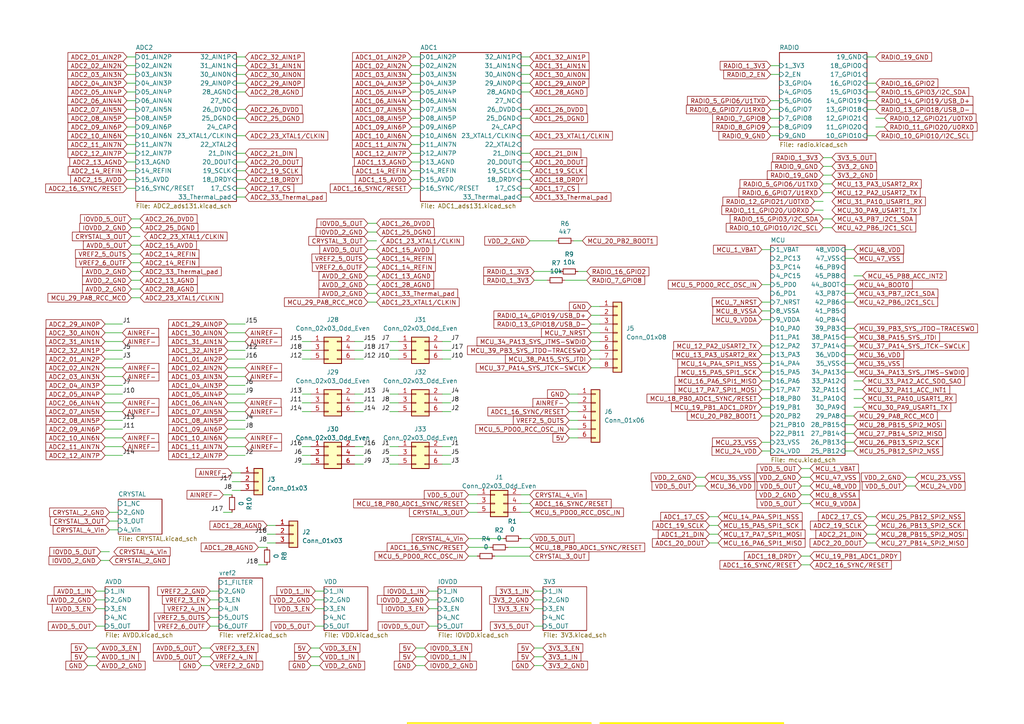
<source format=kicad_sch>
(kicad_sch (version 20230121) (generator eeschema)
  (paper "A4")
  (junction (at 149.86 220.98) (diameter 0.9144))
  (junction (at 204.47 231.14) (diameter 0.9144))
  (junction (at 204.47 220.98) (diameter 0.9144))
  (junction (at 149.86 231.14) (diameter 0.9144))
  (wire (pts (xy 71.12 46.99) (xy 68.58 46.99)))
  (wire (pts (xy 254 34.29) (xy 256.54 34.29)))
  (wire (pts (xy 69.85 137.16) (xy 67.31 137.16)))
  (wire (pts (xy 247.65 113.03) (xy 250.19 113.03)))
  (wire (pts (xy 36.83 52.07) (xy 39.37 52.07)))
  (wire (pts (xy 66.04 114.3) (xy 71.12 114.3)))
  (wire (pts (xy 220.98 82.55) (xy 223.52 82.55)))
  (wire (pts (xy 123.19 190.5) (xy 120.65 190.5)))
  (wire (pts (xy 138.43 148.59) (xy 135.89 148.59)))
  (wire (pts (xy 149.86 220.98) (xy 152.4 220.98)))
  (wire (pts (xy 39.37 24.13) (xy 36.83 24.13)))
  (wire (pts (xy 121.92 29.21) (xy 119.38 29.21)))
  (wire (pts (xy 66.04 121.92) (xy 71.12 121.92)))
  (wire (pts (xy 165.1 119.38) (xy 167.64 119.38)))
  (wire (pts (xy 30.48 124.46) (xy 35.56 124.46)))
  (wire (pts (xy 153.67 19.05) (xy 151.13 19.05)))
  (wire (pts (xy 77.47 154.94) (xy 80.01 154.94)))
  (wire (pts (xy 87.63 132.08) (xy 90.17 132.08)))
  (wire (pts (xy 71.12 19.05) (xy 68.58 19.05)))
  (wire (pts (xy -102.87 142.24) (xy -100.33 142.24)))
  (wire (pts (xy 30.48 106.68) (xy 35.56 106.68)))
  (wire (pts (xy 138.43 223.52) (xy 137.16 223.52)))
  (wire (pts (xy 71.12 24.13) (xy 68.58 24.13)))
  (wire (pts (xy -102.87 139.7) (xy -100.33 139.7)))
  (wire (pts (xy 223.52 110.49) (xy 220.98 110.49)))
  (wire (pts (xy 74.93 163.83) (xy 77.47 163.83)))
  (wire (pts (xy 173.99 104.14) (xy 171.45 104.14)))
  (wire (pts (xy 223.52 31.75) (xy 226.06 31.75)))
  (wire (pts (xy 149.86 233.68) (xy 149.86 231.14)))
  (wire (pts (xy 71.12 57.15) (xy 68.58 57.15)))
  (wire (pts (xy 154.94 173.99) (xy 157.48 173.99)))
  (wire (pts (xy 39.37 21.59) (xy 36.83 21.59)))
  (wire (pts (xy 236.22 60.96) (xy 238.76 60.96)))
  (wire (pts (xy 223.52 105.41) (xy 220.98 105.41)))
  (wire (pts (xy 67.31 139.7) (xy 69.85 139.7)))
  (wire (pts (xy 157.48 176.53) (xy 154.94 176.53)))
  (wire (pts (xy 191.77 228.6) (xy 194.31 228.6)))
  (wire (pts (xy 105.41 114.3) (xy 102.87 114.3)))
  (wire (pts (xy 71.12 52.07) (xy 68.58 52.07)))
  (wire (pts (xy 153.67 156.21) (xy 151.13 156.21)))
  (wire (pts (xy 153.67 24.13) (xy 151.13 24.13)))
  (wire (pts (xy 167.64 121.92) (xy 165.1 121.92)))
  (wire (pts (xy 245.11 97.79) (xy 247.65 97.79)))
  (wire (pts (xy 121.92 36.83) (xy 119.38 36.83)))
  (wire (pts (xy -115.57 90.17) (xy -113.03 90.17)))
  (wire (pts (xy 223.52 39.37) (xy 226.06 39.37)))
  (wire (pts (xy 223.52 19.05) (xy 226.06 19.05)))
  (wire (pts (xy 204.47 233.68) (xy 204.47 231.14)))
  (wire (pts (xy 232.41 161.29) (xy 234.95 161.29)))
  (wire (pts (xy 238.76 63.5) (xy 241.3 63.5)))
  (wire (pts (xy 137.16 228.6) (xy 139.7 228.6)))
  (wire (pts (xy 223.52 107.95) (xy 220.98 107.95)))
  (wire (pts (xy -113.03 102.87) (xy -115.57 102.87)))
  (wire (pts (xy 198.12 220.98) (xy 198.12 223.52)))
  (wire (pts (xy 63.5 171.45) (xy 60.96 171.45)))
  (wire (pts (xy 30.48 121.92) (xy 35.56 121.92)))
  (wire (pts (xy 142.24 158.75) (xy 135.89 158.75)))
  (wire (pts (xy 153.67 148.59) (xy 151.13 148.59)))
  (wire (pts (xy 40.64 73.66) (xy 38.1 73.66)))
  (wire (pts (xy 171.45 99.06) (xy 173.99 99.06)))
  (wire (pts (xy 223.52 90.17) (xy 220.98 90.17)))
  (wire (pts (xy 92.71 193.04) (xy 90.17 193.04)))
  (wire (pts (xy 149.86 228.6) (xy 149.86 231.14)))
  (wire (pts (xy -115.57 97.79) (xy -113.03 97.79)))
  (wire (pts (xy -102.87 132.08) (xy -100.33 132.08)))
  (wire (pts (xy 251.46 149.86) (xy 254 149.86)))
  (wire (pts (xy 60.96 193.04) (xy 58.42 193.04)))
  (wire (pts (xy 66.04 109.22) (xy 71.12 109.22)))
  (wire (pts (xy 71.12 21.59) (xy 68.58 21.59)))
  (wire (pts (xy 109.22 77.47) (xy 106.68 77.47)))
  (wire (pts (xy 71.12 49.53) (xy 68.58 49.53)))
  (wire (pts (xy 39.37 29.21) (xy 36.83 29.21)))
  (wire (pts (xy 262.89 140.97) (xy 265.43 140.97)))
  (wire (pts (xy 31.75 153.67) (xy 34.29 153.67)))
  (wire (pts (xy 39.37 41.91) (xy 36.83 41.91)))
  (wire (pts (xy 39.37 19.05) (xy 36.83 19.05)))
  (wire (pts (xy 153.67 158.75) (xy 147.32 158.75)))
  (wire (pts (xy 157.48 193.04) (xy 154.94 193.04)))
  (wire (pts (xy 87.63 129.54) (xy 90.17 129.54)))
  (wire (pts (xy 247.65 115.57) (xy 250.19 115.57)))
  (wire (pts (xy 66.04 99.06) (xy 71.1032 99.06)))
  (wire (pts (xy 119.38 52.07) (xy 121.92 52.07)))
  (wire (pts (xy 198.12 220.98) (xy 204.47 220.98)))
  (wire (pts (xy -86.36 102.87) (xy -88.9 102.87)))
  (wire (pts (xy 27.94 190.5) (xy 25.4 190.5)))
  (wire (pts (xy 251.46 39.37) (xy 254 39.37)))
  (wire (pts (xy 40.64 63.5) (xy 38.1 63.5)))
  (wire (pts (xy 91.44 171.45) (xy 93.98 171.45)))
  (wire (pts (xy -96.52 119.38) (xy -99.06 119.38)))
  (wire (pts (xy 137.16 233.68) (xy 138.43 233.68)))
  (wire (pts (xy -86.36 92.71) (xy -88.9 92.71)))
  (wire (pts (xy 64.77 148.59) (xy 67.31 148.59)))
  (wire (pts (xy 30.48 132.08) (xy 35.56 132.08)))
  (wire (pts (xy 191.77 218.44) (xy 194.31 218.44)))
  (wire (pts (xy 30.48 119.38) (xy 35.5045 119.38)))
  (wire (pts (xy 245.11 82.55) (xy 247.65 82.55)))
  (wire (pts (xy 128.27 101.6) (xy 130.81 101.6)))
  (wire (pts (xy 121.92 34.29) (xy 119.38 34.29)))
  (wire (pts (xy -115.57 100.33) (xy -113.03 100.33)))
  (wire (pts (xy 153.67 39.37) (xy 151.13 39.37)))
  (wire (pts (xy 205.74 152.4) (xy 208.28 152.4)))
  (wire (pts (xy 66.04 124.46) (xy 71.12 124.46)))
  (wire (pts (xy 31.75 148.59) (xy 34.29 148.59)))
  (wire (pts (xy 77.47 152.4) (xy 80.01 152.4)))
  (wire (pts (xy 251.46 16.51) (xy 254 16.51)))
  (wire (pts (xy 205.74 149.86) (xy 208.28 149.86)))
  (wire (pts (xy -115.57 105.41) (xy -113.03 105.41)))
  (wire (pts (xy -102.87 134.62) (xy -100.33 134.62)))
  (wire (pts (xy 91.44 173.99) (xy 93.98 173.99)))
  (wire (pts (xy 38.1 86.36) (xy 40.64 86.36)))
  (wire (pts (xy 40.64 66.04) (xy 38.1 66.04)))
  (wire (pts (xy 165.1 114.3) (xy 167.64 114.3)))
  (wire (pts (xy 241.3 50.8) (xy 238.76 50.8)))
  (wire (pts (xy 128.27 116.84) (xy 130.81 116.84)))
  (wire (pts (xy 149.86 218.44) (xy 149.86 220.98)))
  (wire (pts (xy 39.37 31.75) (xy 36.83 31.75)))
  (wire (pts (xy 40.64 76.2) (xy 38.1 76.2)))
  (wire (pts (xy 27.94 171.45) (xy 30.48 171.45)))
  (wire (pts (xy 238.76 53.34) (xy 241.3 53.34)))
  (wire (pts (xy 40.64 71.12) (xy 38.1 71.12)))
  (wire (pts (xy 251.46 152.4) (xy 254 152.4)))
  (wire (pts (xy 121.92 41.91) (xy 119.38 41.91)))
  (wire (pts (xy 121.92 31.75) (xy 119.38 31.75)))
  (wire (pts (xy 87.63 134.62) (xy 90.17 134.62)))
  (wire (pts (xy 105.41 132.08) (xy 102.87 132.08)))
  (wire (pts (xy 40.64 83.82) (xy 38.1 83.82)))
  (wire (pts (xy 223.52 100.33) (xy 220.98 100.33)))
  (wire (pts (xy 115.57 101.6) (xy 113.03 101.6)))
  (wire (pts (xy 124.46 173.99) (xy 127 173.99)))
  (wire (pts (xy 247.65 110.49) (xy 250.19 110.49)))
  (wire (pts (xy 39.37 36.83) (xy 36.83 36.83)))
  (wire (pts (xy 223.52 113.03) (xy 220.98 113.03)))
  (wire (pts (xy 223.52 36.83) (xy 226.06 36.83)))
  (wire (pts (xy 39.37 44.45) (xy 36.83 44.45)))
  (wire (pts (xy 153.67 16.51) (xy 151.13 16.51)))
  (wire (pts (xy 205.74 154.94) (xy 208.28 154.94)))
  (wire (pts (xy 153.67 146.05) (xy 151.13 146.05)))
  (wire (pts (xy 153.67 26.67) (xy 151.13 26.67)))
  (wire (pts (xy 115.57 114.3) (xy 113.03 114.3)))
  (wire (pts (xy 153.67 54.61) (xy 151.13 54.61)))
  (wire (pts (xy 161.29 69.85) (xy 153.67 69.85)))
  (wire (pts (xy 153.67 143.51) (xy 151.13 143.51)))
  (wire (pts (xy 167.64 78.74) (xy 170.18 78.74)))
  (wire (pts (xy 63.5 176.53) (xy 60.96 176.53)))
  (wire (pts (xy 198.12 233.68) (xy 204.47 233.68)))
  (wire (pts (xy 30.48 101.6) (xy 35.56 101.6)))
  (wire (pts (xy 223.52 128.27) (xy 220.98 128.27)))
  (wire (pts (xy 245.11 95.25) (xy 247.65 95.25)))
  (wire (pts (xy 66.04 119.38) (xy 71.12 119.38)))
  (wire (pts (xy 245.11 128.27) (xy 247.65 128.27)))
  (wire (pts (xy 247.65 120.65) (xy 245.11 120.65)))
  (wire (pts (xy 223.52 120.65) (xy 220.98 120.65)))
  (wire (pts (xy 204.47 228.6) (xy 204.47 231.14)))
  (wire (pts (xy 30.48 96.52) (xy 35.5045 96.52)))
  (wire (pts (xy 63.5 173.99) (xy 60.96 173.99)))
  (wire (pts (xy 201.93 138.43) (xy 204.47 138.43)))
  (wire (pts (xy 223.52 72.39) (xy 220.98 72.39)))
  (wire (pts (xy -96.52 121.92) (xy -99.06 121.92)))
  (wire (pts (xy 127 181.61) (xy 124.46 181.61)))
  (wire (pts (xy 30.48 99.06) (xy 35.56 99.06)))
  (wire (pts (xy 119.38 54.61) (xy 121.92 54.61)))
  (wire (pts (xy 27.94 193.04) (xy 25.4 193.04)))
  (wire (pts (xy 66.04 116.84) (xy 70.991 116.84)))
  (wire (pts (xy 232.41 146.05) (xy 234.95 146.05)))
  (wire (pts (xy 115.57 99.06) (xy 113.03 99.06)))
  (wire (pts (xy 138.43 161.29) (xy 135.89 161.29)))
  (wire (pts (xy 251.46 24.13) (xy 254 24.13)))
  (wire (pts (xy 251.46 157.48) (xy 254 157.48)))
  (wire (pts (xy 247.65 80.01) (xy 250.19 80.01)))
  (wire (pts (xy 138.43 143.51) (xy 135.89 143.51)))
  (wire (pts (xy 204.47 220.98) (xy 207.01 220.98)))
  (wire (pts (xy 223.52 130.81) (xy 220.98 130.81)))
  (wire (pts (xy 109.22 67.31) (xy 106.68 67.31)))
  (wire (pts (xy 251.46 26.67) (xy 254 26.67)))
  (wire (pts (xy 119.38 46.99) (xy 121.92 46.99)))
  (wire (pts (xy 115.57 132.08) (xy 113.03 132.08)))
  (wire (pts (xy 157.48 190.5) (xy 154.94 190.5)))
  (wire (pts (xy 66.04 111.76) (xy 71.12 111.76)))
  (wire (pts (xy 201.93 140.97) (xy 204.47 140.97)))
  (wire (pts (xy 245.11 125.73) (xy 247.65 125.73)))
  (wire (pts (xy 66.04 101.6) (xy 71.12 101.6)))
  (wire (pts (xy 115.57 119.38) (xy 113.03 119.38)))
  (wire (pts (xy 245.11 105.41) (xy 247.65 105.41)))
  (wire (pts (xy 115.57 129.54) (xy 113.03 129.54)))
  (wire (pts (xy 105.41 101.6) (xy 102.87 101.6)))
  (wire (pts (xy 138.43 146.05) (xy 135.89 146.05)))
  (wire (pts (xy 121.92 19.05) (xy 119.38 19.05)))
  (wire (pts (xy 30.48 176.53) (xy 27.94 176.53)))
  (wire (pts (xy 71.12 39.37) (xy 68.58 39.37)))
  (wire (pts (xy 66.04 96.52) (xy 71.1032 96.52)))
  (wire (pts (xy 173.99 96.52) (xy 171.45 96.52)))
  (wire (pts (xy 63.5 181.61) (xy 60.96 181.61)))
  (wire (pts (xy 241.3 48.26) (xy 238.76 48.26)))
  (wire (pts (xy 232.41 140.97) (xy 234.95 140.97)))
  (wire (pts (xy 109.22 64.77) (xy 106.68 64.77)))
  (wire (pts (xy 232.41 135.89) (xy 234.95 135.89)))
  (wire (pts (xy 151.13 34.29) (xy 153.67 34.29)))
  (wire (pts (xy 36.83 54.61) (xy 39.37 54.61)))
  (wire (pts (xy 71.12 31.75) (xy 68.58 31.75)))
  (wire (pts (xy 109.22 74.93) (xy 106.68 74.93)))
  (wire (pts (xy 27.94 173.99) (xy 30.48 173.99)))
  (wire (pts (xy 60.96 187.96) (xy 58.42 187.96)))
  (wire (pts (xy 128.27 104.14) (xy 130.81 104.14)))
  (wire (pts (xy 191.77 233.68) (xy 193.04 233.68)))
  (wire (pts (xy 251.46 31.75) (xy 254 31.75)))
  (wire (pts (xy 123.19 187.96) (xy 120.65 187.96)))
  (wire (pts (xy 40.64 68.58) (xy 38.1 68.58)))
  (wire (pts (xy 40.64 78.74) (xy 38.1 78.74)))
  (wire (pts (xy 167.64 124.46) (xy 165.1 124.46)))
  (wire (pts (xy 153.67 161.29) (xy 143.51 161.29)))
  (wire (pts (xy 36.83 46.99) (xy 39.37 46.99)))
  (wire (pts (xy 109.22 82.55) (xy 106.68 82.55)))
  (wire (pts (xy 27.94 187.96) (xy 25.4 187.96)))
  (wire (pts (xy 105.41 134.62) (xy 102.87 134.62)))
  (wire (pts (xy 128.27 132.08) (xy 130.81 132.08)))
  (wire (pts (xy 245.11 130.81) (xy 247.65 130.81)))
  (wire (pts (xy -86.36 90.17) (xy -88.9 90.17)))
  (wire (pts (xy 167.64 127) (xy 165.1 127)))
  (wire (pts (xy 109.22 72.39) (xy 106.68 72.39)))
  (wire (pts (xy 121.92 39.37) (xy 119.38 39.37)))
  (wire (pts (xy 162.56 78.74) (xy 154.94 78.74)))
  (wire (pts (xy 30.48 111.76) (xy 35.56 111.76)))
  (wire (pts (xy 166.37 69.85) (xy 168.91 69.85)))
  (wire (pts (xy 153.67 49.53) (xy 151.13 49.53)))
  (wire (pts (xy 135.89 156.21) (xy 146.05 156.21)))
  (wire (pts (xy 30.48 129.54) (xy 35.56 129.54)))
  (wire (pts (xy 39.37 16.51) (xy 36.83 16.51)))
  (wire (pts (xy 121.92 26.67) (xy 119.38 26.67)))
  (wire (pts (xy 67.31 142.24) (xy 69.85 142.24)))
  (wire (pts (xy 245.11 87.63) (xy 247.65 87.63)))
  (wire (pts (xy -96.52 116.84) (xy -99.06 116.84)))
  (wire (pts (xy 66.04 104.14) (xy 71.12 104.14)))
  (wire (pts (xy 66.04 106.68) (xy 71.12 106.68)))
  (wire (pts (xy 262.89 138.43) (xy 265.43 138.43)))
  (wire (pts (xy 171.45 91.44) (xy 173.99 91.44)))
  (wire (pts (xy 106.68 87.63) (xy 109.22 87.63)))
  (wire (pts (xy 245.11 107.95) (xy 247.65 107.95)))
  (wire (pts (xy 138.43 240.03) (xy 142.24 240.03)))
  (wire (pts (xy 71.12 16.51) (xy 68.58 16.51)))
  (wire (pts (xy 92.71 187.96) (xy 90.17 187.96)))
  (wire (pts (xy 105.41 104.14) (xy 102.87 104.14)))
  (wire (pts (xy 27.94 181.61) (xy 30.48 181.61)))
  (wire (pts (xy -86.36 105.41) (xy -88.9 105.41)))
  (wire (pts (xy 109.22 69.85) (xy 106.68 69.85)))
  (wire (pts (xy 39.37 34.29) (xy 36.83 34.29)))
  (wire (pts (xy 87.63 119.38) (xy 90.17 119.38)))
  (wire (pts (xy 167.64 116.84) (xy 165.1 116.84)))
  (wire (pts (xy 232.41 163.83) (xy 234.95 163.83)))
  (wire (pts (xy 223.52 92.71) (xy 220.98 92.71)))
  (wire (pts (xy 205.74 157.48) (xy 208.28 157.48)))
  (wire (pts (xy 40.64 81.28) (xy 38.1 81.28)))
  (wire (pts (xy 121.92 24.13) (xy 119.38 24.13)))
  (wire (pts (xy 204.47 218.44) (xy 204.47 220.98)))
  (wire (pts (xy 66.04 93.98) (xy 71.12 93.98)))
  (wire (pts (xy 93.98 181.61) (xy 91.44 181.61)))
  (wire (pts (xy 137.16 218.44) (xy 139.7 218.44)))
  (wire (pts (xy 153.67 46.99) (xy 151.13 46.99)))
  (wire (pts (xy 29.21 162.56) (xy 31.75 162.56)))
  (wire (pts (xy 238.76 66.04) (xy 241.3 66.04)))
  (wire (pts (xy 236.22 58.42) (xy 238.76 58.42)))
  (wire (pts (xy -96.52 124.46) (xy -99.06 124.46)))
  (wire (pts (xy 87.63 99.06) (xy 90.17 99.06)))
  (wire (pts (xy 67.31 143.51) (xy 64.77 143.51)))
  (wire (pts (xy 60.96 190.5) (xy 58.42 190.5)))
  (wire (pts (xy 223.52 21.59) (xy 226.06 21.59)))
  (wire (pts (xy 153.67 52.07) (xy 151.13 52.07)))
  (wire (pts (xy 66.04 129.54) (xy 71.12 129.54)))
  (wire (pts (xy 87.63 116.84) (xy 90.17 116.84)))
  (wire (pts (xy 128.27 99.06) (xy 130.81 99.06)))
  (wire (pts (xy 157.48 187.96) (xy 154.94 187.96)))
  (wire (pts (xy 223.52 34.29) (xy 226.06 34.29)))
  (wire (pts (xy 87.63 114.3) (xy 90.17 114.3)))
  (wire (pts (xy 63.5 179.07) (xy 60.96 179.07)))
  (wire (pts (xy 163.83 81.28) (xy 170.18 81.28)))
  (wire (pts (xy 220.98 115.57) (xy 223.52 115.57)))
  (wire (pts (xy 254 36.83) (xy 256.54 36.83)))
  (wire (pts (xy -96.52 114.3) (xy -99.06 114.3)))
  (wire (pts (xy 71.12 54.61) (xy 68.58 54.61)))
  (wire (pts (xy 143.51 233.68) (xy 149.86 233.68)))
  (wire (pts (xy 30.48 127) (xy 35.5045 127)))
  (wire (pts (xy 77.47 157.48) (xy 80.01 157.48)))
  (wire (pts (xy 115.57 116.84) (xy 113.03 116.84)))
  (wire (pts (xy 223.52 29.21) (xy 226.06 29.21)))
  (wire (pts (xy 105.41 129.54) (xy 102.87 129.54)))
  (wire (pts (xy 154.94 81.28) (xy 158.75 81.28)))
  (wire (pts (xy 204.47 231.14) (xy 207.01 231.14)))
  (wire (pts (xy 245.11 85.09) (xy 247.65 85.09)))
  (wire (pts (xy 157.48 181.61) (xy 154.94 181.61)))
  (wire (pts (xy 220.98 118.11) (xy 223.52 118.11)))
  (wire (pts (xy 147.32 240.03) (xy 153.67 240.03)))
  (wire (pts (xy 128.27 134.62) (xy 130.81 134.62)))
  (wire (pts (xy 74.93 158.75) (xy 77.47 158.75)))
  (wire (pts (xy 121.92 44.45) (xy 119.38 44.45)))
  (wire (pts (xy 92.71 190.5) (xy 90.17 190.5)))
  (wire (pts (xy 238.76 55.88) (xy 241.3 55.88)))
  (wire (pts (xy 247.65 118.11) (xy 250.19 118.11)))
  (wire (pts (xy 113.03 134.62) (xy 115.57 134.62)))
  (wire (pts (xy 30.48 116.84) (xy 35.56 116.84)))
  (wire (pts (xy 245.11 74.93) (xy 247.65 74.93)))
  (wire (pts (xy 121.92 16.51) (xy 119.38 16.51)))
  (wire (pts (xy 232.41 138.43) (xy 234.95 138.43)))
  (wire (pts (xy 30.48 104.14) (xy 35.56 104.14)))
  (wire (pts (xy 232.41 143.51) (xy 234.95 143.51)))
  (wire (pts (xy 223.52 102.87) (xy 220.98 102.87)))
  (wire (pts (xy 29.21 160.02) (xy 31.75 160.02)))
  (wire (pts (xy 128.27 114.3) (xy 130.81 114.3)))
  (wire (pts (xy 30.48 114.3) (xy 35.56 114.3)))
  (wire (pts (xy 109.22 80.01) (xy 106.68 80.01)))
  (wire (pts (xy 124.46 171.45) (xy 127 171.45)))
  (wire (pts (xy 30.48 93.98) (xy 35.56 93.98)))
  (wire (pts (xy 128.27 129.54) (xy 130.81 129.54)))
  (wire (pts (xy 143.51 220.98) (xy 149.86 220.98)))
  (wire (pts (xy 105.41 116.84) (xy 102.87 116.84)))
  (wire (pts (xy 173.99 88.9) (xy 171.45 88.9)))
  (wire (pts (xy 143.51 220.98) (xy 143.51 223.52)))
  (wire (pts (xy 121.92 21.59) (xy 119.38 21.59)))
  (wire (pts (xy 123.19 193.04) (xy 120.65 193.04)))
  (wire (pts (xy 66.04 132.08) (xy 71.12 132.08)))
  (wire (pts (xy 245.11 102.87) (xy 247.65 102.87)))
  (wire (pts (xy 238.76 45.72) (xy 241.3 45.72)))
  (wire (pts (xy 245.11 100.33) (xy 247.65 100.33)))
  (wire (pts (xy 39.37 39.37) (xy 36.83 39.37)))
  (wire (pts (xy -102.87 129.54) (xy -100.33 129.54)))
  (wire (pts (xy 87.63 101.6) (xy 90.17 101.6)))
  (wire (pts (xy 68.58 34.29) (xy 71.12 34.29)))
  (wire (pts (xy 31.75 151.13) (xy 34.29 151.13)))
  (wire (pts (xy 105.41 119.38) (xy 102.87 119.38)))
  (wire (pts (xy 105.41 99.06) (xy 102.87 99.06)))
  (wire (pts (xy -86.36 95.25) (xy -88.9 95.25)))
  (wire (pts (xy 173.99 106.68) (xy 171.45 106.68)))
  (wire (pts (xy 154.94 171.45) (xy 157.48 171.45)))
  (wire (pts (xy 223.52 87.63) (xy 220.98 87.63)))
  (wire (pts (xy 127 176.53) (xy 124.46 176.53)))
  (wire (pts (xy 245.11 123.19) (xy 247.65 123.19)))
  (wire (pts (xy 71.12 26.67) (xy 68.58 26.67)))
  (wire (pts (xy 87.63 104.14) (xy 90.17 104.14)))
  (wire (pts (xy 128.27 119.38) (xy 130.81 119.38)))
  (wire (pts (xy 153.67 21.59) (xy 151.13 21.59)))
  (wire (pts (xy 153.67 57.15) (xy 151.13 57.15)))
  (wire (pts (xy 115.57 104.14) (xy 113.03 104.14)))
  (wire (pts (xy 71.12 44.45) (xy 68.58 44.45)))
  (wire (pts (xy 30.48 109.22) (xy 35.56 109.22)))
  (wire (pts (xy 153.67 31.75) (xy 151.13 31.75)))
  (wire (pts (xy 153.67 44.45) (xy 151.13 44.45)))
  (wire (pts (xy 39.37 26.67) (xy 36.83 26.67)))
  (wire (pts (xy 149.86 231.14) (xy 152.4 231.14)))
  (wire (pts (xy 245.11 72.39) (xy 247.65 72.39)))
  (wire (pts (xy 251.46 154.94) (xy 254 154.94)))
  (wire (pts (xy 36.83 49.53) (xy 39.37 49.53)))
  (wire (pts (xy 193.04 223.52) (xy 191.77 223.52)))
  (wire (pts (xy 251.46 29.21) (xy 254 29.21)))
  (wire (pts (xy 109.22 85.09) (xy 106.68 85.09)))
  (wire (pts (xy 93.98 176.53) (xy 91.44 176.53)))
  (wire (pts (xy 173.99 93.98) (xy 171.45 93.98)))
  (wire (pts (xy 66.04 127) (xy 71.12 127)))
  (wire (pts (xy 173.99 101.6) (xy 171.45 101.6)))
  (wire (pts (xy 119.38 49.53) (xy 121.92 49.53)))
  (rectangle (start 173.99 209.55) (end 227.33 237.49) (stroke (width 0) (color 255 231 23 1)) (fill (type color) (color 255 255 0 1)))
  (rectangle (start -140.97 82.55) (end -63.5 147.32) (stroke (width 0) (color 80 255 94 1)) (fill (type color) (color 67 255 99 1)))
  (rectangle (start 118.11 209.55) (end 171.45 242.57) (stroke (width 0) (color 255 223 0 1)) (fill (type color) (color 255 243 41 1)))
  (label "J5" (at 130.81 132.08 0))
  (label "J6" (at 105.41 132.08 0))
  (label "J17" (at 113.03 101.6 180))
  (label "J15" (at 71.12 93.98 0))
  (label "J9" (at 87.63 134.62 180))
  (label "J18" (at 105.41 101.6 0))
  (label "J13" (at 35.56 121.92 0))
  (label "J13" (at 105.41 114.3 0))
  (label "J6" (at 87.63 132.08 180))
  (label "J8" (at 71.12 124.46 0))
  (label "J7" (at 113.03 99.06 180))
  (label "J11" (at 105.41 116.84 0))
  (label "J10" (at 35.56 114.3 0))
  (label "J12" (at 71.12 101.6 0))
  (label "J9" (at 71.12 114.3 0))
  (label "J17" (at 130.81 101.6 0))
  (label "J16" (at 71.12 104.14 0))
  (label "J8" (at 77.47 157.48 180))
  (label "J12" (at 87.63 104.14 180))
  (label "J16" (at 105.41 129.54 0))
  (label "J2" (at 71.12 132.08 0))
  (label "J4" (at 130.81 114.3 0))
  (label "J13" (at 87.63 114.3 180))
  (label "J5" (at 113.03 132.08 180))
  (label "J18" (at 87.63 101.6 180))
  (label "J1" (at 113.03 129.54 180))
  (label "J8" (at 130.81 116.84 0))
  (label "J9" (at 105.41 134.62 0))
  (label "J3" (at 130.81 134.62 0))
  (label "J17" (at 64.77 148.59 180))
  (label "J8" (at 113.03 116.84 180))
  (label "J2" (at 130.81 119.38 0))
  (label "J3" (at 35.56 104.14 0))
  (label "J15" (at 105.41 99.06 0))
  (label "J17" (at 67.31 139.7 180))
  (label "J4" (at 113.03 114.3 180))
  (label "J11" (at 87.63 116.84 180))
  (label "J6" (at 71.12 111.76 0))
  (label "J8" (at 67.31 142.24 180))
  (label "J1" (at 35.56 93.98 0))
  (label "J12" (at 105.41 104.14 0))
  (label "J18" (at 74.93 163.83 180))
  (label "J10" (at 113.03 104.14 180))
  (label "J14" (at 105.41 119.38 0))
  (label "J18" (at 77.47 154.94 180))
  (label "J16" (at 87.63 129.54 180))
  (label "J14" (at 87.63 119.38 180))
  (label "J7" (at 35.56 111.76 0))
  (label "J15" (at 87.63 99.06 180))
  (label "J14" (at 35.56 132.08 0))
  (label "J2" (at 113.03 119.38 180))
  (label "J5" (at 35.56 101.6 0))
  (label "J7" (at 130.81 99.06 0))
  (label "J1" (at 130.81 129.54 0))
  (label "J4" (at 71.12 121.92 0))
  (label "J3" (at 113.03 134.62 180))
  (label "J11" (at 35.56 124.46 0))
  (label "J10" (at 130.81 104.14 0))
  (global_label "AVDD_5_OUT" (shape input) (at 58.42 187.96 180) (property "Intersheetrefs" "${INTERSHEET_REFS}" (effects hide)))
  (global_label "RADIO_6_GPIO7{slash}U1RXD" (shape input) (at 238.76 55.88 180) (property "Intersheetrefs" "${INTERSHEET_REFS}" (effects hide)))
  (global_label "AVDD_1_IN" (shape input) (at 27.94 190.5 0) (property "Intersheetrefs" "${INTERSHEET_REFS}" (effects hide)))
  (global_label "AINREF-" (shape input) (at 35.5045 127 0) (property "Intersheetrefs" "${INTERSHEET_REFS}" (effects hide)))
  (global_label "ADC2_23_XTAL1{slash}CLKIN" (shape input) (at 71.12 39.37 0) (property "Intersheetrefs" "${INTERSHEET_REFS}" (effects hide)))
  (global_label "RADIO_19_GND" (shape input) (at 254 16.51 0) (property "Intersheetrefs" "${INTERSHEET_REFS}" (effects hide)))
  (global_label "CRYSTAL_3_OUT" (shape input) (at 106.68 69.85 180) (property "Intersheetrefs" "${INTERSHEET_REFS}" (effects hide)))
  (global_label "ADC2_14_REFIN" (shape input) (at 40.64 73.66 0) (property "Intersheetrefs" "${INTERSHEET_REFS}" (effects hide)))
  (global_label "ADC2_12_AIN7P" (shape input) (at 36.83 44.45 180) (property "Intersheetrefs" "${INTERSHEET_REFS}" (effects hide)))
  (global_label "ADC2_18_DRDY" (shape input) (at 71.12 52.07 0) (property "Intersheetrefs" "${INTERSHEET_REFS}" (effects hide)))
  (global_label "ACC_4_INT1" (shape input) (at -115.57 97.79 180) (property "Intersheetrefs" "${INTERSHEET_REFS}" (effects hide)))
  (global_label "IOVDD_2_GND" (shape input) (at 123.19 193.04 0) (property "Intersheetrefs" "${INTERSHEET_REFS}" (effects hide)))
  (global_label "ADC2_10_AIN6N" (shape input) (at 36.83 39.37 180) (property "Intersheetrefs" "${INTERSHEET_REFS}" (effects hide)))
  (global_label "MCU_8_VSSA" (shape input) (at 234.95 143.51 0) (property "Intersheetrefs" "${INTERSHEET_REFS}" (effects hide)))
  (global_label "VDD_2_GND" (shape input) (at 232.41 143.51 180) (property "Intersheetrefs" "${INTERSHEET_REFS}" (effects hide)))
  (global_label "ADC1_18_DRDY" (shape input) (at 153.67 52.07 0) (property "Intersheetrefs" "${INTERSHEET_REFS}" (effects hide)))
  (global_label "ADC1_11_AIN7N" (shape input) (at 66.04 129.54 180) (property "Intersheetrefs" "${INTERSHEET_REFS}" (effects hide)))
  (global_label "VREF2_5_OUTS" (shape input) (at 38.1 73.66 180) (property "Intersheetrefs" "${INTERSHEET_REFS}" (effects hide)))
  (global_label "VREF2_3_EN" (shape input) (at 60.96 173.99 180) (property "Intersheetrefs" "${INTERSHEET_REFS}" (effects hide)))
  (global_label "ADC1_04_AIN3P" (shape input) (at 66.04 111.76 180) (property "Intersheetrefs" "${INTERSHEET_REFS}" (effects hide)))
  (global_label "3V3_3_EN" (shape input) (at 154.94 176.53 180) (property "Intersheetrefs" "${INTERSHEET_REFS}" (effects hide)))
  (global_label "IOVDD_3_EN" (shape input) (at 123.19 187.96 0) (property "Intersheetrefs" "${INTERSHEET_REFS}" (effects hide)))
  (global_label "RADIO_1_3V3" (shape input) (at 238.76 45.72 180) (property "Intersheetrefs" "${INTERSHEET_REFS}" (effects hide)))
  (global_label "ACC_14_SDA" (shape input) (at -102.87 132.08 180) (property "Intersheetrefs" "${INTERSHEET_REFS}" (effects hide)))
  (global_label "ACC_1_SDO_SAO" (shape input) (at -115.57 90.17 180) (property "Intersheetrefs" "${INTERSHEET_REFS}" (effects hide)))
  (global_label "ADC1_20_DOUT" (shape input) (at 153.67 46.99 0) (property "Intersheetrefs" "${INTERSHEET_REFS}" (effects hide)))
  (global_label "ADC2_25_DGND" (shape input) (at 71.12 34.29 0) (property "Intersheetrefs" "${INTERSHEET_REFS}" (effects hide)))
  (global_label "MCU_17_PA7_SPI1_MOSI" (shape input) (at 208.28 154.94 0) (property "Intersheetrefs" "${INTERSHEET_REFS}" (effects hide)))
  (global_label "ADC2_01_AIN2P" (shape input) (at 30.48 104.14 180) (property "Intersheetrefs" "${INTERSHEET_REFS}" (effects hide)))
  (global_label "AINREF-" (shape input) (at 71.12 109.22 0) (property "Intersheetrefs" "${INTERSHEET_REFS}" (effects hide)))
  (global_label "3V3_5_OUT" (shape input) (at 241.3 45.72 0) (property "Intersheetrefs" "${INTERSHEET_REFS}" (effects hide)))
  (global_label "ADC1_14_REFIN" (shape input) (at 119.38 49.53 180) (property "Intersheetrefs" "${INTERSHEET_REFS}" (effects hide)))
  (global_label "MCU_5_PDO0_RCC_OSC_IN" (shape input) (at 220.98 82.55 180) (property "Intersheetrefs" "${INTERSHEET_REFS}" (effects hide)))
  (global_label "MCU_39_PB3_SYS_JTDO-TRACESWO" (shape input) (at 247.65 95.25 0) (property "Intersheetrefs" "${INTERSHEET_REFS}" (effects hide)))
  (global_label "MCU_7_NRST" (shape input) (at 220.98 87.63 180) (property "Intersheetrefs" "${INTERSHEET_REFS}" (effects hide)))
  (global_label "ADC2_26_DVDD" (shape input) (at 40.64 63.5 0) (property "Intersheetrefs" "${INTERSHEET_REFS}" (effects hide)))
  (global_label "ADC1_10_AIN6N" (shape input) (at 119.38 39.37 180) (property "Intersheetrefs" "${INTERSHEET_REFS}" (effects hide)))
  (global_label "ACC_7_GND" (shape input) (at -115.57 105.41 180) (property "Intersheetrefs" "${INTERSHEET_REFS}" (effects hide)))
  (global_label "ADC2_10_AIN6N" (shape input) (at 30.48 127 180) (property "Intersheetrefs" "${INTERSHEET_REFS}" (effects hide)))
  (global_label "VDD_5_OUT" (shape input) (at 232.41 140.97 180) (property "Intersheetrefs" "${INTERSHEET_REFS}" (effects hide)))
  (global_label "MCU_14_PA4_SPI1_NSS" (shape input) (at 220.98 105.41 180) (property "Intersheetrefs" "${INTERSHEET_REFS}" (effects hide)))
  (global_label "ADC1_29_AIN0P" (shape input) (at 153.67 24.13 0) (property "Intersheetrefs" "${INTERSHEET_REFS}" (effects hide)))
  (global_label "CRYSTAL_4_Vin" (shape input) (at 153.67 143.51 0) (property "Intersheetrefs" "${INTERSHEET_REFS}" (effects hide)))
  (global_label "ACC_4_INT1" (shape input) (at -102.87 142.24 180) (property "Intersheetrefs" "${INTERSHEET_REFS}" (effects hide)))
  (global_label "MCU_37_PA14_SYS_JTCK-SWCLK" (shape input) (at 247.65 100.33 0) (property "Intersheetrefs" "${INTERSHEET_REFS}" (effects hide)))
  (global_label "MCU_8_VSSA" (shape input) (at 220.98 90.17 180) (property "Intersheetrefs" "${INTERSHEET_REFS}" (effects hide)))
  (global_label "ADC1_23_XTAL1{slash}CLKIN" (shape input) (at 110.49 69.85 0) (property "Intersheetrefs" "${INTERSHEET_REFS}" (effects hide)))
  (global_label "VDD_2_GND" (shape input) (at 91.44 173.99 180) (property "Intersheetrefs" "${INTERSHEET_REFS}" (effects hide)))
  (global_label "MCU_29_PA8_RCC_MCO" (shape input) (at 38.1 86.36 180) (property "Intersheetrefs" "${INTERSHEET_REFS}" (effects hide)))
  (global_label "5V" (shape input) (at 90.17 187.96 180) (property "Intersheetrefs" "${INTERSHEET_REFS}" (effects hide)))
  (global_label "VDD_2_GND" (shape input) (at -96.52 116.84 0) (property "Intersheetrefs" "${INTERSHEET_REFS}" (effects hide)))
  (global_label "MCU_38_PA15_SYS_JTDI" (shape input) (at 247.65 97.79 0) (property "Intersheetrefs" "${INTERSHEET_REFS}" (effects hide)))
  (global_label "GND" (shape input) (at 165.1 114.3 180) (property "Intersheetrefs" "${INTERSHEET_REFS}" (effects hide)))
  (global_label "VDD_2_GND" (shape input) (at 92.71 193.04 0) (property "Intersheetrefs" "${INTERSHEET_REFS}" (effects hide)))
  (global_label "VDD_5_OUT" (shape input) (at -96.52 114.3 0) (property "Intersheetrefs" "${INTERSHEET_REFS}" (effects hide)))
  (global_label "MCU_29_PA8_RCC_MCO" (shape input) (at 247.65 120.65 0) (property "Intersheetrefs" "${INTERSHEET_REFS}" (effects hide)))
  (global_label "IOVDD_2_GND" (shape input) (at 38.1 66.04 180) (property "Intersheetrefs" "${INTERSHEET_REFS}" (effects hide)))
  (global_label "MCU_9_VDDA" (shape input) (at 234.95 146.05 0) (property "Intersheetrefs" "${INTERSHEET_REFS}" (effects hide)))
  (global_label "ADC1_31_AIN1N" (shape input) (at 66.04 99.06 180) (property "Intersheetrefs" "${INTERSHEET_REFS}" (effects hide)))
  (global_label "ADC2_09_AIN6P" (shape input) (at 36.83 36.83 180) (property "Intersheetrefs" "${INTERSHEET_REFS}" (effects hide)))
  (global_label "ACC_7_GND" (shape input) (at -99.06 121.92 180) (property "Intersheetrefs" "${INTERSHEET_REFS}" (effects hide)))
  (global_label "AVDD_1_IN" (shape input) (at 27.94 171.45 180) (property "Intersheetrefs" "${INTERSHEET_REFS}" (effects hide)))
  (global_label "VDD_2_GND" (shape input) (at 137.16 228.6 180) (property "Intersheetrefs" "${INTERSHEET_REFS}" (effects hide)))
  (global_label "RADIO_2_EN" (shape input) (at 153.67 240.03 0) (property "Intersheetrefs" "${INTERSHEET_REFS}" (effects hide)))
  (global_label "VDD_1_IN" (shape input) (at 92.71 190.5 0) (property "Intersheetrefs" "${INTERSHEET_REFS}" (effects hide)))
  (global_label "ADC2_07_AIN5N" (shape input) (at 30.48 119.38 180) (property "Intersheetrefs" "${INTERSHEET_REFS}" (effects hide)))
  (global_label "ACC_9_INT2" (shape input) (at -86.36 102.87 0) (property "Intersheetrefs" "${INTERSHEET_REFS}" (effects hide)))
  (global_label "MCU_25_PB12_SPI2_NSS" (shape input) (at 254 149.86 0) (property "Intersheetrefs" "${INTERSHEET_REFS}" (effects hide)))
  (global_label "ADC2_17_CS" (shape input) (at 251.46 149.86 180) (property "Intersheetrefs" "${INTERSHEET_REFS}" (effects hide)))
  (global_label "RADIO_13_GPIO18{slash}USB_D-" (shape input) (at 171.45 93.98 180) (property "Intersheetrefs" "${INTERSHEET_REFS}" (effects hide)))
  (global_label "RADIO_8_GPIO9" (shape input) (at 223.52 36.83 180) (property "Intersheetrefs" "${INTERSHEET_REFS}" (effects hide)))
  (global_label "MCU_36_VDD" (shape input) (at 247.65 102.87 0) (property "Intersheetrefs" "${INTERSHEET_REFS}" (effects hide)))
  (global_label "VDD_5_OUT" (shape input) (at 262.89 140.97 180) (property "Intersheetrefs" "${INTERSHEET_REFS}" (effects hide)))
  (global_label "IOVDD_5_OUT" (shape input) (at 29.21 160.02 180) (property "Intersheetrefs" "${INTERSHEET_REFS}" (effects hide)))
  (global_label "ADC2_33_Thermal_pad" (shape input) (at 71.12 57.15 0) (property "Intersheetrefs" "${INTERSHEET_REFS}" (effects hide)))
  (global_label "RADIO_11_GPIO20{slash}U0RXD" (shape input) (at 236.22 60.96 180) (property "Intersheetrefs" "${INTERSHEET_REFS}" (effects hide)))
  (global_label "ADC1_10_AIN6N" (shape input) (at 66.04 127 180) (property "Intersheetrefs" "${INTERSHEET_REFS}" (effects hide)))
  (global_label "MCU_38_PA15_SYS_JTDI" (shape input) (at 171.45 104.14 180) (property "Intersheetrefs" "${INTERSHEET_REFS}" (effects hide)))
  (global_label "5V" (shape input) (at 154.94 190.5 180) (property "Intersheetrefs" "${INTERSHEET_REFS}" (effects hide)))
  (global_label "AVDD_2_GND" (shape input) (at 38.1 83.82 180) (property "Intersheetrefs" "${INTERSHEET_REFS}" (effects hide)))
  (global_label "ADC1_17_CS" (shape input) (at 205.74 149.86 180) (property "Intersheetrefs" "${INTERSHEET_REFS}" (effects hide)))
  (global_label "ADC1_05_AIN4P" (shape input) (at 66.04 114.3 180) (property "Intersheetrefs" "${INTERSHEET_REFS}" (effects hide)))
  (global_label "MCU_30_PA9_USART1_TX" (shape input) (at 250.19 118.11 0) (property "Intersheetrefs" "${INTERSHEET_REFS}" (effects hide)))
  (global_label "VDD_2_GND" (shape input) (at 137.16 223.52 180) (property "Intersheetrefs" "${INTERSHEET_REFS}" (effects hide)))
  (global_label "CRYSTAL_4_Vin" (shape input) (at 33.02 160.02 0) (property "Intersheetrefs" "${INTERSHEET_REFS}" (effects hide)))
  (global_label "ADC2_30_AIN0N" (shape input) (at 30.48 96.52 180) (property "Intersheetrefs" "${INTERSHEET_REFS}" (effects hide)))
  (global_label "ADC2_09_AIN6P" (shape input) (at 30.48 124.46 180) (property "Intersheetrefs" "${INTERSHEET_REFS}" (effects hide)))
  (global_label "VREF2_4_IN" (shape input) (at 60.96 176.53 180) (property "Intersheetrefs" "${INTERSHEET_REFS}" (effects hide)))
  (global_label "MCU_42_PB6_I2C1_SCL" (shape input) (at 247.65 87.63 0) (property "Intersheetrefs" "${INTERSHEET_REFS}" (effects hide)))
  (global_label "ADC2_20_DOUT" (shape input) (at 251.46 157.48 180) (property "Intersheetrefs" "${INTERSHEET_REFS}" (effects hide)))
  (global_label "ADC1_21_DIN" (shape input) (at 205.74 154.94 180) (property "Intersheetrefs" "${INTERSHEET_REFS}" (effects hide)))
  (global_label "AINREF-" (shape input) (at 67.31 137.16 180) (property "Intersheetrefs" "${INTERSHEET_REFS}" (effects hide)))
  (global_label "ADC2_07_AIN5N" (shape input) (at 36.83 31.75 180) (property "Intersheetrefs" "${INTERSHEET_REFS}" (effects hide)))
  (global_label "RADIO_5_GPIO6{slash}U1TXD" (shape input) (at 238.76 53.34 180) (property "Intersheetrefs" "${INTERSHEET_REFS}" (effects hide)))
  (global_label "ADC2_23_XTAL1{slash}CLKIN" (shape input) (at 40.64 86.36 0) (property "Intersheetrefs" "${INTERSHEET_REFS}" (effects hide)))
  (global_label "VREF2_4_IN" (shape input) (at 60.96 190.5 0) (property "Intersheetrefs" "${INTERSHEET_REFS}" (effects hide)))
  (global_label "3V3_1_IN" (shape input) (at 157.48 190.5 0) (property "Intersheetrefs" "${INTERSHEET_REFS}" (effects hide)))
  (global_label "ACC_8_VDD" (shape input) (at -86.36 105.41 0) (property "Intersheetrefs" "${INTERSHEET_REFS}" (effects hide)))
  (global_label "5V" (shape input) (at 90.17 190.5 180) (property "Intersheetrefs" "${INTERSHEET_REFS}" (effects hide)))
  (global_label "ADC1_07_AIN5N" (shape input) (at 119.38 31.75 180) (property "Intersheetrefs" "${INTERSHEET_REFS}" (effects hide)))
  (global_label "ACC_12_CS" (shape input) (at -101.6 124.46 180) (property "Intersheetrefs" "${INTERSHEET_REFS}" (effects hide)))
  (global_label "VDD_5_OUT" (shape input) (at 232.41 146.05 180) (property "Intersheetrefs" "${INTERSHEET_REFS}" (effects hide)))
  (global_label "ADC1_26_DVDD" (shape input) (at 109.22 64.77 0) (property "Intersheetrefs" "${INTERSHEET_REFS}" (effects hide)))
  (global_label "MCU_36_VDD" (shape input) (at 204.47 140.97 0) (property "Intersheetrefs" "${INTERSHEET_REFS}" (effects hide)))
  (global_label "MCU_27_PB14_SPI2_MISO" (shape input) (at 254 157.48 0) (property "Intersheetrefs" "${INTERSHEET_REFS}" (effects hide)))
  (global_label "MCU_28_PB15_SPI2_MOSI" (shape input) (at 254 154.94 0) (property "Intersheetrefs" "${INTERSHEET_REFS}" (effects hide)))
  (global_label "ADC1_02_AIN2N" (shape input) (at 66.04 106.68 180) (property "Intersheetrefs" "${INTERSHEET_REFS}" (effects hide)))
  (global_label "ADC1_16_SYNC{slash}RESET" (shape input) (at 135.89 158.75 180) (property "Intersheetrefs" "${INTERSHEET_REFS}" (effects hide)))
  (global_label "ADC2_28_AGND" (shape input) (at 71.12 26.67 0) (property "Intersheetrefs" "${INTERSHEET_REFS}" (effects hide)))
  (global_label "ADC1_06_AIN4N" (shape input) (at 66.04 116.84 180) (property "Intersheetrefs" "${INTERSHEET_REFS}" (effects hide)))
  (global_label "AINREF-" (shape input) (at 71.12 106.68 0) (property "Intersheetrefs" "${INTERSHEET_REFS}" (effects hide)))
  (global_label "MCU_24_VDD" (shape input) (at 220.98 130.81 180) (property "Intersheetrefs" "${INTERSHEET_REFS}" (effects hide)))
  (global_label "MCU_32_PA11_ACC_INT1" (shape input) (at -100.33 142.24 0) (property "Intersheetrefs" "${INTERSHEET_REFS}" (effects hide)))
  (global_label "MCU_48_VDD" (shape input) (at 247.65 72.39 0) (property "Intersheetrefs" "${INTERSHEET_REFS}" (effects hide)))
  (global_label "ADC2_21_DIN" (shape input) (at 251.46 154.94 180) (property "Intersheetrefs" "${INTERSHEET_REFS}" (effects hide)))
  (global_label "ADC1_16_SYNC{slash}RESET" (shape input) (at 165.1 119.38 180) (property "Intersheetrefs" "${INTERSHEET_REFS}" (effects hide)))
  (global_label "RADIO_14_GPIO19{slash}USB_D+" (shape input) (at 171.45 91.44 180) (property "Intersheetrefs" "${INTERSHEET_REFS}" (effects hide)))
  (global_label "MCU_35_VSS" (shape input) (at 247.65 105.41 0) (property "Intersheetrefs" "${INTERSHEET_REFS}" (effects hide)))
  (global_label "AINREF-" (shape input) (at 71.12 119.38 0) (property "Intersheetrefs" "${INTERSHEET_REFS}" (effects hide)))
  (global_label "MCU_33_PA12_ACC_SDO_SAO" (shape input) (at 250.19 110.49 0) (property "Intersheetrefs" "${INTERSHEET_REFS}" (effects hide)))
  (global_label "ADC2_16_SYNC{slash}RESET" (shape input) (at 234.95 163.83 0) (property "Intersheetrefs" "${INTERSHEET_REFS}" (effects hide)))
  (global_label "ADC1_03_AIN3N" (shape input) (at 66.04 109.22 180) (property "Intersheetrefs" "${INTERSHEET_REFS}" (effects hide)))
  (global_label "MCU_45_PB8_ACC_INT2" (shape input) (at -100.33 139.7 0) (property "Intersheetrefs" "${INTERSHEET_REFS}" (effects hide)))
  (global_label "ADC1_08_AIN5P" (shape input) (at 119.38 34.29 180) (property "Intersheetrefs" "${INTERSHEET_REFS}" (effects hide)))
  (global_label "MCU_26_PB13_SPI2_SCK" (shape input) (at 254 152.4 0) (property "Intersheetrefs" "${INTERSHEET_REFS}" (effects hide)))
  (global_label "MCU_45_PB8_ACC_INT2" (shape input) (at 250.19 80.01 0) (property "Intersheetrefs" "${INTERSHEET_REFS}" (effects hide)))
  (global_label "ADC2_11_AIN7N" (shape input) (at 36.83 41.91 180) (property "Intersheetrefs" "${INTERSHEET_REFS}" (effects hide)))
  (global_label "ACC_5_VDDIO" (shape input) (at -115.57 100.33 180) (property "Intersheetrefs" "${INTERSHEET_REFS}" (effects hide)))
  (global_label "RADIO_2_EN" (shape input) (at 152.4 231.14 0) (property "Intersheetrefs" "${INTERSHEET_REFS}" (effects hide)))
  (global_label "AVDD_2_GND" (shape input) (at 27.94 193.04 0) (property "Intersheetrefs" "${INTERSHEET_REFS}" (effects hide)))
  (global_label "ADC2_02_AIN2N" (shape input) (at 36.83 19.05 180) (property "Intersheetrefs" "${INTERSHEET_REFS}" (effects hide)))
  (global_label "VDD_2_GND" (shape input) (at -100.33 129.54 0) (property "Intersheetrefs" "${INTERSHEET_REFS}" (effects hide)))
  (global_label "ADC2_04_AIN3P" (shape input) (at 30.48 111.76 180) (property "Intersheetrefs" "${INTERSHEET_REFS}" (effects hide)))
  (global_label "AINREF-" (shape input) (at 35.56 106.68 0) (property "Intersheetrefs" "${INTERSHEET_REFS}" (effects hide)))
  (global_label "ACC_9_INT2" (shape input) (at -102.87 139.7 180) (property "Intersheetrefs" "${INTERSHEET_REFS}" (effects hide)))
  (global_label "ADC1_17_CS" (shape input) (at 153.67 54.61 0) (property "Intersheetrefs" "${INTERSHEET_REFS}" (effects hide)))
  (global_label "MCU_18_PB0_ADC1_SYNC{slash}RESET" (shape input) (at 220.98 115.57 180) (property "Intersheetrefs" "${INTERSHEET_REFS}" (effects hide)))
  (global_label "VREF2_2_GND" (shape input) (at 60.96 171.45 180) (property "Intersheetrefs" "${INTERSHEET_REFS}" (effects hide)))
  (global_label "MCU_25_PB12_SPI2_NSS" (shape input) (at 247.65 130.81 0) (property "Intersheetrefs" "${INTERSHEET_REFS}" (effects hide)))
  (global_label "VREF2_6_OUTF" (shape input) (at 38.1 76.2 180) (property "Intersheetrefs" "${INTERSHEET_REFS}" (effects hide)))
  (global_label "ADC2_14_REFIN" (shape input) (at 36.83 49.53 180) (property "Intersheetrefs" "${INTERSHEET_REFS}" (effects hide)))
  (global_label "MCU_1_VBAT" (shape input) (at 234.95 135.89 0) (property "Intersheetrefs" "${INTERSHEET_REFS}" (effects hide)))
  (global_label "ADC1_29_AIN0P" (shape input) (at 66.04 93.98 180) (property "Intersheetrefs" "${INTERSHEET_REFS}" (effects hide)))
  (global_label "ADC1_03_AIN3N" (shape input) (at 119.38 21.59 180) (property "Intersheetrefs" "${INTERSHEET_REFS}" (effects hide)))
  (global_label "ADC2_13_AGND" (shape input) (at 40.64 81.28 0) (property "Intersheetrefs" "${INTERSHEET_REFS}" (effects hide)))
  (global_label "AVDD_2_GND" (shape input) (at 106.68 82.55 180) (property "Intersheetrefs" "${INTERSHEET_REFS}" (effects hide)))
  (global_label "5V" (shape input) (at 25.4 187.96 180) (property "Intersheetrefs" "${INTERSHEET_REFS}" (effects hide)))
  (global_label "VDD_1_IN" (shape input) (at 91.44 171.45 180) (property "Intersheetrefs" "${INTERSHEET_REFS}" (effects hide)))
  (global_label "ADC1_02_AIN2N" (shape input) (at 119.38 19.05 180) (property "Intersheetrefs" "${INTERSHEET_REFS}" (effects hide)))
  (global_label "AINREF-" (shape input) (at 71.12 129.54 0) (property "Intersheetrefs" "${INTERSHEET_REFS}" (effects hide)))
  (global_label "ADC1_14_REFIN" (shape input) (at 109.22 74.93 0) (property "Intersheetrefs" "${INTERSHEET_REFS}" (effects hide)))
  (global_label "AINREF-" (shape input) (at 70.991 116.84 0) (property "Intersheetrefs" "${INTERSHEET_REFS}" (effects hide)))
  (global_label "GND" (shape input) (at 58.42 193.04 180) (property "Intersheetrefs" "${INTERSHEET_REFS}" (effects hide)))
  (global_label "MCU_16_PA6_SPI1_MISO" (shape input) (at 220.98 110.49 180) (property "Intersheetrefs" "${INTERSHEET_REFS}" (effects hide)))
  (global_label "ADC2_19_SCLK" (shape input) (at 251.46 152.4 180) (property "Intersheetrefs" "${INTERSHEET_REFS}" (effects hide)))
  (global_label "MCU_43_PB7_I2C1_SDA" (shape input) (at -100.33 132.08 0) (property "Intersheetrefs" "${INTERSHEET_REFS}" (effects hide)))
  (global_label "ADC2_11_AIN7N" (shape input) (at 30.48 129.54 180) (property "Intersheetrefs" "${INTERSHEET_REFS}" (effects hide)))
  (global_label "ADC1_09_AIN6P" (shape input) (at 119.38 36.83 180) (property "Intersheetrefs" "${INTERSHEET_REFS}" (effects hide)))
  (global_label "AVDD_5_OUT" (shape input) (at 27.94 181.61 180) (property "Intersheetrefs" "${INTERSHEET_REFS}" (effects hide)))
  (global_label "VDD_2_GND" (shape input) (at 191.77 228.6 180) (property "Intersheetrefs" "${INTERSHEET_REFS}" (effects hide)))
  (global_label "ACC_5_VDDIO" (shape input) (at -99.06 114.3 180) (property "Intersheetrefs" "${INTERSHEET_REFS}" (effects hide)))
  (global_label "ADC2_23_XTAL1{slash}CLKIN" (shape input) (at 41.91 68.58 0) (property "Intersheetrefs" "${INTERSHEET_REFS}" (effects hide)))
  (global_label "MCU_20_PB2_BOOT1" (shape input) (at 220.98 120.65 180) (property "Intersheetrefs" "${INTERSHEET_REFS}" (effects hide)))
  (global_label "AVDD_2_GND" (shape input) (at 106.68 85.09 180) (property "Intersheetrefs" "${INTERSHEET_REFS}" (effects hide)))
  (global_label "ADC2_33_Thermal_pad" (shape input) (at 40.64 78.74 0) (property "Intersheetrefs" "${INTERSHEET_REFS}" (effects hide)))
  (global_label "RADIO_9_GND" (shape input) (at 223.52 39.37 180) (property "Intersheetrefs" "${INTERSHEET_REFS}" (effects hide)))
  (global_label "ADC1_26_DVDD" (shape input) (at 153.67 31.75 0) (property "Intersheetrefs" "${INTERSHEET_REFS}" (effects hide)))
  (global_label "VDD_2_GND" (shape input) (at -96.52 121.92 0) (property "Intersheetrefs" "${INTERSHEET_REFS}" (effects hide)))
  (global_label "VDD_2_GND" (shape input) (at 262.89 138.43 180) (property "Intersheetrefs" "${INTERSHEET_REFS}" (effects hide)))
  (global_label "VDD_2_GND" (shape input) (at 232.41 138.43 180) (property "Intersheetrefs" "${INTERSHEET_REFS}" (effects hide)))
  (global_label "ADC1_12_AIN7P" (shape input) (at 66.04 132.08 180) (property "Intersheetrefs" "${INTERSHEET_REFS}" (effects hide)))
  (global_label "RADIO_12_GPIO21{slash}U0TXD" (shape input) (at 256.54 34.29 0) (property "Intersheetrefs" "${INTERSHEET_REFS}" (effects hide)))
  (global_label "ACC_12_CS" (shape input) (at -86.36 95.25 0) (property "Intersheetrefs" "${INTERSHEET_REFS}" (effects hide)))
  (global_label "MCU_42_PB6_I2C1_SCL" (shape input) (at 241.3 66.04 0) (property "Intersheetrefs" "${INTERSHEET_REFS}" (effects hide)))
  (global_label "ADC2_26_DVDD" (shape input) (at 71.12 31.75 0) (property "Intersheetrefs" "${INTERSHEET_REFS}" (effects hide)))
  (global_label "3V3_2_GND" (shape input) (at 241.3 50.8 0) (property "Intersheetrefs" "${INTERSHEET_REFS}" (effects hide)))
  (global_label "MCU_44_BOOT0" (shape input) (at 247.65 82.55 0) (property "Intersheetrefs" "${INTERSHEET_REFS}" (effects hide)))
  (global_label "MCU_24_VDD" (shape input) (at 265.43 140.97 0) (property "Intersheetrefs" "${INTERSHEET_REFS}" (effects hide)))
  (global_label "RADIO_12_GPIO21{slash}U0TXD" (shape input) (at 236.22 58.42 180) (property "Intersheetrefs" "${INTERSHEET_REFS}" (effects hide)))
  (global_label "AINREF-" (shape input) (at 35.56 116.84 0) (property "Intersheetrefs" "${INTERSHEET_REFS}" (effects hide)))
  (global_label "ADC2_32_AIN1P" (shape input) (at 71.12 16.51 0) (property "Intersheetrefs" "${INTERSHEET_REFS}" (effects hide)))
  (global_label "MCU_23_VSS" (shape input) (at 265.43 138.43 0) (property "Intersheetrefs" "${INTERSHEET_REFS}" (effects hide)))
  (global_label "VREF2_5_OUTS" (shape input) (at 60.96 179.07 180) (property "Intersheetrefs" "${INTERSHEET_REFS}" (effects hide)))
  (global_label "AVDD_5_OUT" (shape input) (at 58.42 190.5 180) (property "Intersheetrefs" "${INTERSHEET_REFS}" (effects hide)))
  (global_label "VREF2_6_OUTF" (shape input) (at 106.68 77.47 180) (property "Intersheetrefs" "${INTERSHEET_REFS}" (effects hide)))
  (global_label "CRYSTAL_3_OUT" (shape input) (at 38.1 68.58 180) (property "Intersheetrefs" "${INTERSHEET_REFS}" (effects hide)))
  (global_label "RADIO_7_GPIO8" (shape input) (at 223.52 34.29 180) (property "Intersheetrefs" "${INTERSHEET_REFS}" (effects hide)))
  (global_label "CRYSTAL_4_Vin" (shape input) (at 135.89 156.21 180) (property "Intersheetrefs" "${INTERSHEET_REFS}" (effects hide)))
  (global_label "ADC1_11_AIN7N" (shape input) (at 119.38 41.91 180) (property "Intersheetrefs" "${INTERSHEET_REFS}" (effects hide)))
  (global_label "ADC2_21_DIN" (shape input) (at 71.12 44.45 0) (property "Intersheetrefs" "${INTERSHEET_REFS}" (effects hide)))
  (global_label "AVDD_5_OUT" (shape input) (at 106.68 72.39 180) (property "Intersheetrefs" "${INTERSHEET_REFS}" (effects hide)))
  (global_label "RADIO_10_GPIO10{slash}I2C_SCL" (shape input) (at 238.76 66.04 180) (property "Intersheetrefs" "${INTERSHEET_REFS}" (effects hide)))
  (global_label "MCU_9_VDDA" (shape input) (at 220.98 92.71 180) (property "Intersheetrefs" "${INTERSHEET_REFS}" (effects hide)))
  (global_label "IOVDD_2_GND" (shape input) (at 29.21 162.56 180) (property "Intersheetrefs" "${INTERSHEET_REFS}" (effects hide)))
  (global_label "RADIO_10_GPIO10{slash}I2C_SCL" (shape input) (at 254 39.37 0) (property "Intersheetrefs" "${INTERSHEET_REFS}" (effects hide)))
  (global_label "ADC1_18_DRDY" (shape input) (at 232.41 161.29 180) (property "Intersheetrefs" "${INTERSHEET_REFS}" (effects hide)))
  (global_label "VDD_5_OUT" (shape input) (at 153.67 156.21 0) (property "Intersheetrefs" "${INTERSHEET_REFS}" (effects hide)))
  (global_label "MCU_18_PB0_ADC1_SYNC{slash}RESET" (shape input) (at 153.67 158.75 0) (property "Intersheetrefs" "${INTERSHEET_REFS}" (effects hide)))
  (global_label "MCU_18_PB0_ADC1_SYNC{slash}RESET" (shape input) (at 135.89 146.05 180) (property "Intersheetrefs" "${INTERSHEET_REFS}" (effects hide)))
  (global_label "ADC2_31_AIN1N" (shape input) (at 71.12 19.05 0) (property "Intersheetrefs" "${INTERSHEET_REFS}" (effects hide)))
  (global_label "IOVDD_3_EN" (shape input) (at 124.46 176.53 180) (property "Intersheetrefs" "${INTERSHEET_REFS}" (effects hide)))
  (global_label "ADC1_04_AIN3P" (shape input) (at 119.38 24.13 180) (property "Intersheetrefs" "${INTERSHEET_REFS}" (effects hide)))
  (global_label "5V" (shape input) (at 165.1 127 180) (property "Intersheetrefs" "${INTERSHEET_REFS}" (effects hide)))
  (global_label "ADC1_08_AIN5P" (shape input) (at 66.04 121.92 180) (property "Intersheetrefs" "${INTERSHEET_REFS}" (effects hide)))
  (global_label "MCU_13_PA3_USART2_RX" (shape input) (at 220.98 102.87 180) (property "Intersheetrefs" "${INTERSHEET_REFS}" (effects hide)))
  (global_label "ADC2_06_AIN4N" (shape input) (at 36.83 29.21 180) (property "Intersheetrefs" "${INTERSHEET_REFS}" (effects hide)))
  (global_label "ADC2_03_AIN3N" (shape input) (at 30.48 109.22 180) (property "Intersheetrefs" "${INTERSHEET_REFS}" (effects hide)))
  (global_label "5V" (shape input) (at 120.65 187.96 180) (property "Intersheetrefs" "${INTERSHEET_REFS}" (effects hide)))
  (global_label "AVDD_2_GND" (shape input) (at 27.94 173.99 180) (property "Intersheetrefs" "${INTERSHEET_REFS}" (effects hide)))
  (global_label "MCU_27_PB14_SPI2_MISO" (shape input) (at 247.65 125.73 0) (property "Intersheetrefs" "${INTERSHEET_REFS}" (effects hide)))
  (global_label "RADIO_16_GPIO2" (shape input) (at 170.18 78.74 0) (property "Intersheetrefs" "${INTERSHEET_REFS}" (effects hide)))
  (global_label "VDD_5_OUT" (shape input) (at 135.89 143.51 180) (property "Intersheetrefs" "${INTERSHEET_REFS}" (effects hide)))
  (global_label "MCU_5_PDO0_RCC_OSC_IN" (shape input) (at 135.89 161.29 180) (property "Intersheetrefs" "${INTERSHEET_REFS}" (effects hide)))
  (global_label "ADC2_05_AIN4P" (shape input) (at 36.83 26.67 180) (property "Intersheetrefs" "${INTERSHEET_REFS}" (effects hide)))
  (global_label "RADIO_5_GPIO6{slash}U1TXD" (shape input) (at 223.52 29.21 180) (property "Intersheetrefs" "${INTERSHEET_REFS}" (effects hide)))
  (global_label "MCU_19_PB1_ADC1_DRDY" (shape input) (at 234.95 161.29 0) (property "Intersheetrefs" "${INTERSHEET_REFS}" (effects hide)))
  (global_label "ADC2_29_AIN0P" (shape input) (at 30.48 93.98 180) (property "Intersheetrefs" "${INTERSHEET_REFS}" (effects hide)))
  (global_label "AINREF-" (shape input) (at 71.1032 96.52 0) (property "Intersheetrefs" "${INTERSHEET_REFS}" (effects hide)))
  (global_label "MCU_12_PA2_USART2_TX" (shape input) (at 220.98 100.33 180) (property "Intersheetrefs" "${INTERSHEET_REFS}" (effects hide)))
  (global_label "ADC1_16_SYNC{slash}RESET" (shape input) (at 232.41 163.83 180) (property "Intersheetrefs" "${INTERSHEET_REFS}" (effects hide)))
  (global_label "CRYSTAL_3_OUT" (shape input) (at 31.75 151.13 180) (property "Intersheetrefs" "${INTERSHEET_REFS}" (effects hide)))
  (global_label "MCU_19_PB1_ADC1_DRDY" (shape input) (at 220.98 118.11 180) (property "Intersheetrefs" "${INTERSHEET_REFS}" (effects hide)))
  (global_label "MCU_30_PA9_USART1_TX" (shape input) (at 241.3 60.96 0) (property "Intersheetrefs" "${INTERSHEET_REFS}" (effects hide)))
  (global_label "ADC1_15_AVDD" (shape input) (at 109.22 72.39 0) (property "Intersheetrefs" "${INTERSHEET_REFS}" (effects hide)))
  (global_label "MCU_15_PA5_SPI1_SCK" (shape input) (at 220.98 107.95 180) (property "Intersheetrefs" "${INTERSHEET_REFS}" (effects hide)))
  (global_label "VDD_5_OUT" (shape input) (at -96.52 124.46 0) (property "Intersheetrefs" "${INTERSHEET_REFS}" (effects hide)))
  (global_label "ADC1_23_XTAL1{slash}CLKIN" (shape input) (at 109.22 87.63 0) (property "Intersheetrefs" "${INTERSHEET_REFS}" (effects hide)))
  (global_label "MCU_48_VDD" (shape input) (at 234.95 140.97 0) (property "Intersheetrefs" "${INTERSHEET_REFS}" (effects hide)))
  (global_label "3V3_2_GND" (shape input) (at 241.3 48.26 0) (property "Intersheetrefs" "${INTERSHEET_REFS}" (effects hide)))
  (global_label "MCU_1_VBAT" (shape input) (at 220.98 72.39 180) (property "Intersheetrefs" "${INTERSHEET_REFS}" (effects hide)))
  (global_label "IOVDD_2_GND" (shape input) (at 124.46 173.99 180) (property "Intersheetrefs" "${INTERSHEET_REFS}" (effects hide)))
  (global_label "3V3_2_GND" (shape input) (at 157.48 193.04 0) (property "Intersheetrefs" "${INTERSHEET_REFS}" (effects hide)))
  (global_label "AVDD_5_OUT" (shape input) (at 38.1 71.12 180) (property "Intersheetrefs" "${INTERSHEET_REFS}" (effects hide)))
  (global_label "MCU_28_PB15_SPI2_MOSI" (shape input) (at 247.65 123.19 0) (property "Intersheetrefs" "${INTERSHEET_REFS}" (effects hide)))
  (global_label "ADC1_01_AIN2P" (shape input) (at 66.04 104.14 180) (property "Intersheetrefs" "${INTERSHEET_REFS}" (effects hide)))
  (global_label "ADC2_32_AIN1P" (shape input) (at 30.48 101.6 180) (property "Intersheetrefs" "${INTERSHEET_REFS}" (effects hide)))
  (global_label "RADIO_1_3V3" (shape input) (at 154.94 81.28 180) (property "Intersheetrefs" "${INTERSHEET_REFS}" (effects hide)))
  (global_label "RADIO_1_3V3" (shape input) (at 154.94 78.74 180) (property "Intersheetrefs" "${INTERSHEET_REFS}" (effects hide)))
  (global_label "ADC2_28_AGND" (shape input) (at 40.64 83.82 0) (property "Intersheetrefs" "${INTERSHEET_REFS}" (effects hide)))
  (global_label "ACC_13_SCL" (shape input) (at -86.36 92.71 0) (property "Intersheetrefs" "${INTERSHEET_REFS}" (effects hide)))
  (global_label "MCU_12_PA2_USART2_TX" (shape input) (at 241.3 55.88 0) (property "Intersheetrefs" "${INTERSHEET_REFS}" (effects hide)))
  (global_label "GND" (shape input) (at 171.45 88.9 180) (property "Intersheetrefs" "${INTERSHEET_REFS}" (effects hide)))
  (global_label "RADIO_2_EN" (shape input) (at 223.52 21.59 180) (property "Intersheetrefs" "${INTERSHEET_REFS}" (effects hide)))
  (global_label "ADC2_30_AIN0N" (shape input) (at 71.12 21.59 0) (property "Intersheetrefs" "${INTERSHEET_REFS}" (effects hide)))
  (global_label "MCU_7_NRST" (shape input) (at 207.01 231.14 0) (property "Intersheetrefs" "${INTERSHEET_REFS}" (effects hide)))
  (global_label "ADC1_05_AIN4P" (shape input) (at 119.38 26.67 180) (property "Intersheetrefs" "${INTERSHEET_REFS}" (effects hide)))
  (global_label "ACC_13_SCL" (shape input) (at -102.87 134.62 180) (property "Intersheetrefs" "${INTERSHEET_REFS}" (effects hide)))
  (global_label "ADC2_14_REFIN" (shape input) (at 40.64 76.2 0) (property "Intersheetrefs" "${INTERSHEET_REFS}" (effects hide)))
  (global_label "RADIO_15_GPIO3{slash}I2C_SDA" (shape input) (at 254 26.67 0) (property "Intersheetrefs" "${INTERSHEET_REFS}" (effects hide)))
  (global_label "MCU_42_PB6_I2C1_SCL" (shape input) (at -100.33 134.62 0) (property "Intersheetrefs" "${INTERSHEET_REFS}" (effects hide)))
  (global_label "VREF2_3_EN" (shape input) (at 60.96 187.96 0) (property "Intersheetrefs" "${INTERSHEET_REFS}" (effects hide)))
  (global_label "ADC1_25_DGND" (shape input) (at 153.67 34.29 0) (property "Intersheetrefs" "${INTERSHEET_REFS}" (effects hide)))
  (global_label "IOVDD_5_OUT" (shape input) (at 106.68 64.77 180) (property "Intersheetrefs" "${INTERSHEET_REFS}" (effects hide)))
  (global_label "RADIO_19_GND" (shape input) (at 238.76 50.8 180) (property "Intersheetrefs" "${INTERSHEET_REFS}" (effects hide)))
  (global_label "ADC2_15_AVDD" (shape input) (at 40.64 71.12 0) (property "Intersheetrefs" "${INTERSHEET_REFS}" (effects hide)))
  (global_label "VDD_2_GND" (shape input) (at 137.16 218.44 180) (property "Intersheetrefs" "${INTERSHEET_REFS}" (effects hide)))
  (global_label "3V3_2_GND" (shape input) (at 154.94 173.99 180) (property "Intersheetrefs" "${INTERSHEET_REFS}" (effects hide)))
  (global_label "MCU_5_PDO0_RCC_OSC_IN" (shape input) (at 165.1 124.46 180) (property "Intersheetrefs" "${INTERSHEET_REFS}" (effects hide)))
  (global_label "ADC2_03_AIN3N" (shape input) (at 36.83 21.59 180) (property "Intersheetrefs" "${INTERSHEET_REFS}" (effects hide)))
  (global_label "IOVDD_1_IN" (shape input) (at 124.46 171.45 180) (property "Intersheetrefs" "${INTERSHEET_REFS}" (effects hide)))
  (global_label "ACC_1_SDO_SAO" (shape input) (at -102.87 129.54 180) (property "Intersheetrefs" "${INTERSHEET_REFS}" (effects hide)))
  (global_label "RADIO_1_3V3" (shape input) (at 223.52 19.05 180) (property "Intersheetrefs" "${INTERSHEET_REFS}" (effects hide)))
  (global_label "ADC1_19_SCLK" (shape input) (at 205.74 152.4 180) (property "Intersheetrefs" "${INTERSHEET_REFS}" (effects hide)))
  (global_label "MCU_31_PA10_USART1_RX" (shape input) (at 241.3 58.42 0) (property "Intersheetrefs" "${INTERSHEET_REFS}" (effects hide)))
  (global_label "ADC1_28_AGND" (shape input) (at 77.47 152.4 180) (property "Intersheetrefs" "${INTERSHEET_REFS}" (effects hide)))
  (global_label "VDD_3_EN" (shape input) (at 92.71 187.96 0) (property "Intersheetrefs" "${INTERSHEET_REFS}" (effects hide)))
  (global_label "ADC1_12_AIN7P" (shape input) (at 119.38 44.45 180) (property "Intersheetrefs" "${INTERSHEET_REFS}" (effects hide)))
  (global_label "ADC2_31_AIN1N" (shape input) (at 30.48 99.06 180) (property "Intersheetrefs" "${INTERSHEET_REFS}" (effects hide)))
  (global_label "GND" (shape input) (at 120.65 193.04 180) (property "Intersheetrefs" "${INTERSHEET_REFS}" (effects hide)))
  (global_label "VREF2_5_OUTS" (shape input) (at 165.1 121.92 180) (property "Intersheetrefs" "${INTERSHEET_REFS}" (effects hide)))
  (global_label "AVDD_2_GND" (shape input) (at 38.1 81.28 180) (property "Intersheetrefs" "${INTERSHEET_REFS}" (effects hide)))
  (global_label "CRYSTAL_3_OUT" (shape input) (at 135.89 148.59 180) (property "Intersheetrefs" "${INTERSHEET_REFS}" (effects hide)))
  (global_label "RADIO_14_GPIO19{slash}USB_D+" (shape input) (at 254 29.21 0) (property "Intersheetrefs" "${INTERSHEET_REFS}" (effects hide)))
  (global_label "3V3_1_IN" (shape input) (at 154.94 171.45 180) (property "Intersheetrefs" "${INTERSHEET_REFS}" (effects hide)))
  (global_label "MCU_34_PA13_SYS_JTMS-SWDIO" (shape input) (at 171.45 99.06 180) (property "Intersheetrefs" "${INTERSHEET_REFS}" (effects hide)))
  (global_label "MCU_15_PA5_SPI1_SCK" (shape input) (at 208.28 152.4 0) (property "Intersheetrefs" "${INTERSHEET_REFS}" (effects hide)))
  (global_label "MCU_7_NRST" (shape input) (at 171.45 96.52 180) (property "Intersheetrefs" "${INTERSHEET_REFS}" (effects hide)))
  (global_label "MCU_26_PB13_SPI2_SCK" (shape input) (at 247.65 128.27 0) (property "Intersheetrefs" "${INTERSHEET_REFS}" (effects hide)))
  (global_label "MCU_29_PA8_RCC_MCO" (shape input) (at 106.68 87.63 180) (property "Intersheetrefs" "${INTERSHEET_REFS}" (effects hide)))
  (global_label "ADC1_15_AVDD" (shape input) (at 119.38 52.07 180) (property "Intersheetrefs" "${INTERSHEET_REFS}" (effects hide)))
  (global_label "ADC1_23_XTAL1{slash}CLKIN" (shape input) (at 153.67 39.37 0) (property "Intersheetrefs" "${INTERSHEET_REFS}" (effects hide)))
  (global_label "GND" (shape input) (at 25.4 193.04 180) (property "Intersheetrefs" "${INTERSHEET_REFS}" (effects hide)))
  (global_label "VDD_3_EN" (shape input) (at 91.44 176.53 180) (property "Intersheetrefs" "${INTERSHEET_REFS}" (effects hide)))
  (global_label "ADC1_13_AGND" (shape input) (at 119.38 46.99 180) (property "Intersheetrefs" "${INTERSHEET_REFS}" (effects hide)))
  (global_label "ADC1_14_REFIN" (shape input) (at 109.22 77.47 0) (property "Intersheetrefs" "${INTERSHEET_REFS}" (effects hide)))
  (global_label "ADC2_29_AIN0P" (shape input) (at 71.12 24.13 0) (property "Intersheetrefs" "${INTERSHEET_REFS}" (effects hide)))
  (global_label "ADC2_01_AIN2P" (shape input) (at 36.83 16.51 180) (property "Intersheetrefs" "${INTERSHEET_REFS}" (effects hide)))
  (global_label "ADC2_20_DOUT" (shape input) (at 71.12 46.99 0) (property "Intersheetrefs" "${INTERSHEET_REFS}" (effects hide)))
  (global_label "IOVDD_2_GND" (shape input) (at 106.68 67.31 180) (property "Intersheetrefs" "${INTERSHEET_REFS}" (effects hide)))
  (global_label "VDD_2_GND" (shape input) (at 191.77 223.52 180) (property "Intersheetrefs" "${INTERSHEET_REFS}" (effects hide)))
  (global_label "VDD_2_GND" (shape input) (at 191.77 233.68 180) (property "Intersheetrefs" "${INTERSHEET_REFS}" (effects hide)))
  (global_label "ADC1_30_AIN0N" (shape input) (at 153.67 21.59 0) (property "Intersheetrefs" "${INTERSHEET_REFS}" (effects hide)))
  (global_label "RADIO_1_3V3" (shape input) (at 138.43 240.03 180) (property "Intersheetrefs" "${INTERSHEET_REFS}" (effects hide)))
  (global_label "ADC1_13_AGND" (shape input) (at 109.22 80.01 0) (property "Intersheetrefs" "${INTERSHEET_REFS}" (effects hide)))
  (global_label "ADC1_01_AIN2P" (shape input) (at 119.38 16.51 180) (property "Intersheetrefs" "${INTERSHEET_REFS}" (effects hide)))
  (global_label "VDD_5_OUT" (shape input) (at 91.44 181.61 180) (property "Intersheetrefs" "${INTERSHEET_REFS}" (effects hide)))
  (global_label "VDD_5_OUT" (shape input) (at 201.93 140.97 180) (property "Intersheetrefs" "${INTERSHEET_REFS}" (effects hide)))
  (global_label "VDD_2_GND" (shape input) (at 201.93 138.43 180) (property "Intersheetrefs" "${INTERSHEET_REFS}" (effects hide)))
  (global_label "3V3_5_OUT" (shape input) (at 154.94 181.61 180) (property "Intersheetrefs" "${INTERSHEET_REFS}" (effects hide)))
  (global_label "MCU_47_VSS" (shape input) (at 234.95 138.43 0) (property "Intersheetrefs" "${INTERSHEET_REFS}" (effects hide)))
  (global_label "5V" (shape input) (at 154.94 187.96 180) (property "Intersheetrefs" "${INTERSHEET_REFS}" (effects hide)))
  (global_label "MCU_39_PB3_SYS_JTDO-TRACESWO" (shape input) (at 171.45 101.6 180) (property "Intersheetrefs" "${INTERSHEET_REFS}" (effects hide)))
  (global_label "ADC2_06_AIN4N" (shape input) (at 30.48 116.84 180) (property "Intersheetrefs" "${INTERSHEET_REFS}" (effects hide)))
  (global_label "ADC2_25_DGND" (shape input) (at 40.64 66.04 0) (property "Intersheetrefs" "${INTERSHEET_REFS}" (effects hide)))
  (global_label "VDD_2_GND" (shape input) (at 137.16 233.68 180) (property "Intersheetrefs" "${INTERSHEET_REFS}" (effects hide)))
  (global_label "AVDD_2_GND" (shape input) (at 38.1 78.74 180) (property "Intersheetrefs" "${INTERSHEET_REFS}" (effects hide)))
  (global_label "RADIO_16_GPIO2" (shape input) (at 254 24.13 0) (property "Intersheetrefs" "${INTERSHEET_REFS}" (effects hide)))
  (global_label "MCU_37_PA14_SYS_JTCK-SWCLK" (shape input) (at 171.45 106.68 180) (property "Intersheetrefs" "${INTERSHEET_REFS}" (effects hide)))
  (global_label "ADC1_07_AIN5N" (shape input) (at 66.04 119.38 180) (property "Intersheetrefs" "${INTERSHEET_REFS}" (effects hide)))
  (global_label "RADIO_9_GND" (shape input) (at 238.76 48.26 180) (property "Intersheetrefs" "${INTERSHEET_REFS}" (effects hide)))
  (global_label "ADC2_08_AIN5P" (shape input) (at 36.83 34.29 180) (property "Intersheetrefs" "${INTERSHEET_REFS}" (effects hide)))
  (global_label "IOVDD_1_IN" (shape input) (at 123.19 190.5 0) (property "Intersheetrefs" "${INTERSHEET_REFS}" (effects hide)))
  (global_label "ADC1_28_AGND" (shape input) (at 74.93 158.75 180) (property "Intersheetrefs" "${INTERSHEET_REFS}" (effects hide)))
  (global_label "AINREF-" (shape input) (at 165.1 116.84 180) (property "Intersheetrefs" "${INTERSHEET_REFS}" (effects hide)))
  (global_label "CRYSTAL_4_Vin" (shape input) (at 31.75 153.67 180) (property "Intersheetrefs" "${INTERSHEET_REFS}" (effects hide)))
  (global_label "MCU_17_PA7_SPI1_MOSI" (shape input) (at 220.98 113.03 180) (property "Intersheetrefs" "${INTERSHEET_REFS}" (effects hide)))
  (global_label "ADC1_33_Thermal_pad" (shape input) (at 153.67 57.15 0) (property "Intersheetrefs" "${INTERSHEET_REFS}" (effects hide)))
  (global_label "VDD_2_GND" (shape input) (at 153.67 69.85 180) (property "Intersheetrefs" "${INTERSHEET_REFS}" (effects hide)))
  (global_label "ADC1_32_AIN1P" (shape input) (at 66.04 101.6 180) (property "Intersheetrefs" "${INTERSHEET_REFS}" (effects hide)))
  (global_label "MCU_20_PB2_BOOT1" (shape input) (at 168.91 69.85 0) (property "Intersheetrefs" "${INTERSHEET_REFS}" (effects hide)))
  (global_label "ADC1_32_AIN1P" (shape input) (at 153.67 16.51 0) (property "Intersheetrefs" "${INTERSHEET_REFS}" (effects hide)))
  (global_label "ADC2_19_SCLK" (shape input) (at 71.12 49.53 0) (property "Intersheetrefs" "${INTERSHEET_REFS}" (effects hide)))
  (global_label "RADIO_11_GPIO20{slash}U0RXD" (shape input) (at 256.54 36.83 0) (property "Intersheetrefs" "${INTERSHEET_REFS}" (effects hide)))
  (global_label "GND" (shape input) (at 154.94 193.04 180) (property "Intersheetrefs" "${INTERSHEET_REFS}" (effects hide)))
  (global_label "ADC1_28_AGND" (shape input) (at 109.22 82.55 0) (property "Intersheetrefs" "${INTERSHEET_REFS}" (effects hide)))
  (global_label "MCU_43_PB7_I2C1_SDA" (shape input) (at 241.3 63.5 0) (property "Intersheetrefs" "${INTERSHEET_REFS}" (effects hide)))
  (global_label "ADC2_05_AIN4P" (shape input) (at 30.48 114.3 180) (property "Intersheetrefs" "${INTERSHEET_REFS}" (effects hide)))
  (global_label "VREF2_2_GND" (shape input) (at 60.96 193.04 0) (property "Intersheetrefs" "${INTERSHEET_REFS}" (effects hide)))
  (global_label "AINREF-" (shape input) (at 35.56 109.22 0) (property "Intersheetrefs" "${INTERSHEET_REFS}" (effects hide)))
  (global_label "ADC2_13_AGND" (shape input) (at 36.83 46.99 180) (property "Intersheetrefs" "${INTERSHEET_REFS}" (effects hide)))
  (global_label "AINREF-" (shape input) (at 35.5045 96.52 0) (property "Intersheetrefs" "${INTERSHEET_REFS}" (effects hide)))
  (global_label "VDD_5_OUT" (shape input) (at 191.77 218.44 180) (property "Intersheetrefs" "${INTERSHEET_REFS}" (effects hide)))
  (global_label "ADC1_33_Thermal_pad" (shape input) (at 109.22 85.09 0) (property "Intersheetrefs" "${INTERSHEET_REFS}" (effects hide)))
  (global_label "ADC2_15_AVDD" (shape input) (at 36.83 52.07 180) (property "Intersheetrefs" "${INTERSHEET_REFS}" (effects hide)))
  (global_label "ACC_8_VDD" (shape input) (at -99.06 119.38 180) (property "Intersheetrefs" "${INTERSHEET_REFS}" (effects hide)))
  (global_label "MCU_14_PA4_SPI1_NSS" (shape input) (at 208.28 149.86 0) (property "Intersheetrefs" "${INTERSHEET_REFS}" (effects hide)))
  (global_label "VDD_5_OUT" (shape input) (at -96.52 119.38 0) (property "Intersheetrefs" "${INTERSHEET_REFS}" (effects hide)))
  (global_label "CRYSTAL_3_OUT" (shape input) (at 153.67 161.29 0) (property "Intersheetrefs" "${INTERSHEET_REFS}" (effects hide)))
  (global_label "ADC1_16_SYNC{slash}RESET" (shape input) (at 153.67 146.05 0) (property "Intersheetrefs" "${INTERSHEET_REFS}" (effects hide)))
  (global_label "MCU_35_VSS" (shape input) (at 204.47 138.43 0) (property "Intersheetrefs" "${INTERSHEET_REFS}" (effects hide)))
  (global_label "ADC1_16_SYNC{slash}RESET" (shape input) (at 119.38 54.61 180) (property "Intersheetrefs" "${INTERSHEET_REFS}" (effects hide)))
  (global_label "MCU_32_PA11_ACC_INT1" (shape input) (at 250.19 113.03 0) (property "Intersheetrefs" "${INTERSHEET_REFS}" (effects hide)))
  (global_label "ADC1_09_AIN6P" (shape input) (at 66.04 124.46 180) (property "Intersheetrefs" "${INTERSHEET_REFS}" (effects hide)))
  (global_label "ADC1_21_DIN" (shape input) (at 153.67 44.45 0) (property "Intersheetrefs" "${INTERSHEET_REFS}" (effects hide)))
  (global_label "5V" (shape input) (at 25.4 190.5 180) (property "Intersheetrefs" "${INTERSHEET_REFS}" (effects hide)))
  (global_label "MCU_31_PA10_USART1_RX" (shape input) (at 250.19 115.57 0) (property "Intersheetrefs" "${INTERSHEET_REFS}" (effects hide)))
  (global_label "CRYSTAL_2_GND" (shape input) (at 31.75 148.59 180) (property "Intersheetrefs" "${INTERSHEET_REFS}" (effects hide)))
  (global_label "ADC2_08_AIN5P" (shape input) (at 30.48 121.92 180) (property "Intersheetrefs" "${INTERSHEET_REFS}" (effects hide)))
  (global_label "ADC2_12_AIN7P" (shape input) (at 30.48 132.08 180) (property "Intersheetrefs" "${INTERSHEET_REFS}" (effects hide)))
  (global_label "ADC2_17_CS" (shape input) (at 71.12 54.61 0) (property "Intersheetrefs" "${INTERSHEET_REFS}" (effects hide)))
  (global_label "AINREF-" (shape input) (at 35.56 129.54 0) (property "Intersheetrefs" "${INTERSHEET_REFS}" (effects hide)))
  (global_label "VREF2_5_OUTS" (shape input) (at 106.68 74.93 180) (property "Intersheetrefs" "${INTERSHEET_REFS}" (effects hide)))
  (global_label "ADC2_02_AIN2N" (shape input) (at 30.48 106.68 180) (property "Intersheetrefs" "${INTERSHEET_REFS}" (effects hide)))
  (global_label "ADC1_19_SCLK" (shape input) (at 153.67 49.53 0) (property "Intersheetrefs" "${INTERSHEET_REFS}" (effects hide)))
  (global_label "VDD_5_OUT" (shape input) (at 232.41 135.89 180) (property "Intersheetrefs" "${INTERSHEET_REFS}" (effects hide)))
  (global_label "ACC_14_SDA" (shape input) (at -86.36 90.17 0) (property "Intersheetrefs" "${INTERSHEET_REFS}" (effects hide)))
  (global_label "AINREF-" (shape input) (at 64.77 143.51 180) (property "Intersheetrefs" "${INTERSHEET_REFS}" (effects hide)))
  (global_label "ADC2_04_AIN3P" (shape input) (at 36.83 24.13 180) (property "Intersheetrefs" "${INTERSHEET_REFS}" (effects hide)))
  (global_label "RADIO_8_GPIO9" (shape input) (at 152.4 220.98 0) (property "Intersheetrefs" "${INTERSHEET_REFS}" (effects hide)))
  (global_label "ADC1_06_AIN4N" (shape input) (at 119.38 29.21 180) (property "Intersheetrefs" "${INTERSHEET_REFS}" (effects hide)))
  (global_label "3V3_3_EN" (shape input) (at 157.48 187.96 0) (property "Intersheetrefs" "${INTERSHEET_REFS}" (effects hide)))
  (global_label "ADC1_30_AIN0N" (shape input) (at 66.04 96.52 180) (property "Intersheetrefs" "${INTERSHEET_REFS}" (effects hide)))
  (global_label "MCU_13_PA3_USART2_RX" (shape input) (at 241.3 53.34 0) (property "Intersheetrefs" "${INTERSHEET_REFS}" (effects hide)))
  (global_label "RADIO_13_GPIO18{slash}USB_D-" (shape input) (at 254 31.75 0) (property "Intersheetrefs" "${INTERSHEET_REFS}" (effects hide)))
  (global_label "GND" (shape input) (at 90.17 193.04 180) (property "Intersheetrefs" "${INTERSHEET_REFS}" (effects hide)))
  (global_label "ACC_6_GND" (shape input) (at -115.57 102.87 180) (property "Intersheetrefs" "${INTERSHEET_REFS}" (effects hide)))
  (global_label "ADC2_16_SYNC{slash}RESET" (shape input) (at 36.83 54.61 180) (property "Intersheetrefs" "${INTERSHEET_REFS}" (effects hide)))
  (global_label "CRYSTAL_2_GND" (shape input) (at 31.75 162.56 0) (property "Intersheetrefs" "${INTERSHEET_REFS}" (effects hide)))
  (global_label "ADC1_28_AGND" (shape input) (at 153.67 26.67 0) (property "Intersheetrefs" "${INTERSHEET_REFS}" (effects hide)))
  (global_label "RADIO_15_GPIO3{slash}I2C_SDA" (shape input) (at 238.76 63.5 180) (property "Intersheetrefs" "${INTERSHEET_REFS}" (effects hide)))
  (global_label "MCU_43_PB7_I2C1_SDA" (shape input) (at 247.65 85.09 0) (property "Intersheetrefs" "${INTERSHEET_REFS}" (effects hide)))
  (global_label "AINREF-" (shape input) (at 35.56 99.06 0) (property "Intersheetrefs" "${INTERSHEET_REFS}" (effects hide)))
  (global_label "MCU_47_VSS" (shape input) (at 247.65 74.93 0) (property "Intersheetrefs" "${INTERSHEET_REFS}" (effects hide)))
  (global_label "ADC1_31_AIN1N" (shape input) (at 153.67 19.05 0) (property "Intersheetrefs" "${INTERSHEET_REFS}" (effects hide)))
  (global_label "AVDD_3_EN" (shape input) (at 27.94 187.96 0) (property "Intersheetrefs" "${INTERSHEET_REFS}" (effects hide)))
  (global_label "AVDD_3_EN" (shape input) (at 27.94 176.53 180) (property "Intersheetrefs" "${INTERSHEET_REFS}" (effects hide)))
  (global_label "ACC_6_GND" (shape input) (at -99.06 116.84 180) (property "Intersheetrefs" "${INTERSHEET_REFS}" (effects hide)))
  (global_label "AINREF-" (shape input) (at 71.12 127 0) (property "Intersheetrefs" "${INTERSHEET_REFS}" (effects hide)))
  (global_label "MCU_5_PDO0_RCC_OSC_IN" (shape input) (at 153.67 148.59 0) (property "Intersheetrefs" "${INTERSHEET_REFS}" (effects hide)))
  (global_label "ADC1_25_DGND" (shape input) (at 109.22 67.31 0) (property "Intersheetrefs" "${INTERSHEET_REFS}" (effects hide)))
  (global_label "MCU_34_PA13_SYS_JTMS-SWDIO" (shape input) (at 247.65 107.95 0) (property "Intersheetrefs" "${INTERSHEET_REFS}" (effects hide)))
  (global_label "AINREF-" (shape input) (at 35.5045 119.38 0) (property "Intersheetrefs" "${INTERSHEET_REFS}" (effects hide)))
  (global_label "MCU_23_VSS" (shape input) (at 220.98 128.27 180) (property "Intersheetrefs" "${INTERSHEET_REFS}" (effects hide)))
  (global_label "ADC1_20_DOUT" (shape input) (at 205.74 157.48 180) (property "Intersheetrefs" "${INTERSHEET_REFS}" (effects hide)))
  (global_label "IOVDD_5_OUT" (shape input) (at 124.46 181.61 180) (property "Intersheetrefs" "${INTERSHEET_REFS}" (effects hide)))
  (global_label "5V" (shape input) (at 120.65 190.5 180) (property "Intersheetrefs" "${INTERSHEET_REFS}" (effects hide)))
  (global_label "IOVDD_5_OUT" (shape input) (at 38.1 63.5 180) (property "Intersheetrefs" "${INTERSHEET_REFS}" (effects hide)))
  (global_label "AINREF-" (shape input) (at 71.1032 99.06 0) (property "Intersheetrefs" "${INTERSHEET_REFS}" (effects hide)))
  (global_label "VREF2_6_OUTF" (shape input) (at 60.96 181.61 180) (property "Intersheetrefs" "${INTERSHEET_REFS}" (effects hide)))
  (global_label "MCU_16_PA6_SPI1_MISO" (shape input) (at 208.28 157.48 0) (property "Intersheetrefs" "${INTERSHEET_REFS}" (effects hide)))
  (global_label "MCU_44_BOOT0" (shape input) (at 207.01 220.98 0) (property "Intersheetrefs" "${INTERSHEET_REFS}" (effects hide)))
  (global_label "RADIO_7_GPIO8" (shape input) (at 170.18 81.28 0) (property "Intersheetrefs" "${INTERSHEET_REFS}" (effects hide)))
  (global_label "RADIO_6_GPIO7{slash}U1RXD" (shape input) (at 223.52 31.75 180) (property "Intersheetrefs" "${INTERSHEET_REFS}" (effects hide)))
  (global_label "AVDD_2_GND" (shape input) (at 106.68 80.01 180) (property "Intersheetrefs" "${INTERSHEET_REFS}" (effects hide)))
  (symbol (lib_id "FreeEEG32-ads131-rescue:R_Small-Device") (at 161.29 81.28 270) (unit 1)
    (property "Reference" "R7" (at 161.29 76.3016 90))
    (property "Value" "10k" (at 161.29 78.613 90))
    (property "Footprint" "Resistor_SMD:R_0402_1005Metric" (effects hide))
    (property "MNP" "RC0402JR-0710KL" (effects hide))
  )
  (symbol (lib_id "FreeEEG32-ads131-rescue:R_Small-Device") (at 148.59 156.21 270) (unit 1)
    (property "Reference" "R1" (at 148.59 151.2316 90))
    (property "Value" "0" (at 148.59 153.543 90))
    (property "Footprint" "Resistor_SMD:R_0402_1005Metric" (effects hide))
    (property "MNP" "RC0402JR-070RL" (effects hide))
  )
  (symbol (lib_id "FreeEEG32-ads131-rescue:C_Small-Device") (at 140.97 233.68 90) (unit 1)
    (property "Reference" "C39" (at 139.8016 231.3432 0) (effects (justify left)))
    (property "Value" "1u" (at 142.113 231.3432 0) (effects (justify left)))
    (property "Footprint" "Capacitor_SMD:C_0402_1005Metric" (effects hide))
    (property "MNP" "CL05A105KO5NNNC" (effects hide))
  )
  (symbol (lib_id "Connector_Generic:Conn_02x03_Odd_Even") (at 95.25 101.6 0) (unit 1)
    (property "Reference" "J28" (at 96.52 92.71 0))
    (property "Value" "Conn_02x03_Odd_Even" (at 96.52 95.25 0))
    (property "Footprint" "Connector_PinSocket_1.27mm:PinSocket_2x03_P1.27mm_Vertical" (effects hide))
    (property "MNP" "20021311-00006T4LF" (effects hide))
  )
  (symbol (lib_id "FreeEEG32-ads131-rescue:R_Small-Device") (at 67.31 146.05 180) (unit 1)
    (property "Reference" "R10" (at 72.2884 146.05 90))
    (property "Value" "0" (at 69.977 146.05 90))
    (property "Footprint" "Resistor_SMD:R_0402_1005Metric" (effects hide))
    (property "MNP" "RC0402JR-070RL" (effects hide))
  )
  (symbol (lib_id "Connector_Generic:Conn_02x03_Odd_Even") (at 120.65 116.84 0) (unit 1)
    (property "Reference" "J32" (at 121.92 107.95 0))
    (property "Value" "Conn_02x03_Odd_Even" (at 121.92 110.49 0))
    (property "Footprint" "Connector_PinSocket_1.27mm:PinSocket_2x03_P1.27mm_Vertical" (effects hide))
    (property "MNP" "20021311-00006T4LF" (effects hide))
  )
  (symbol (lib_id "FreeEEG32-ads131-rescue:R_Small-Device") (at 140.97 161.29 270) (unit 1)
    (property "Reference" "R4" (at 140.97 156.3116 90))
    (property "Value" "0" (at 140.97 158.623 90))
    (property "Footprint" "Resistor_SMD:R_0402_1005Metric" (effects hide))
    (property "MNP" "RC0402JR-070RL" (effects hide))
  )
  (symbol (lib_id "Connector_Generic:Conn_01x03") (at 85.09 154.94 0) (unit 1)
    (property "Reference" "J2" (at 87.63 154.305 0) (effects (justify left)))
    (property "Value" "Conn_01x03" (at 87.63 156.845 0) (effects (justify left)))
    (property "Footprint" "Connector_PinHeader_1.27mm:PinHeader_1x03_P1.27mm_Vertical" (effects hide))
    (property "MNP" "20021111-00006T1LF" (effects hide))
  )
  (symbol (lib_id "FreeEEG32-ads131-rescue:R_Small-Device") (at 144.78 240.03 270) (unit 1)
    (property "Reference" "R13" (at 144.78 235.0516 90))
    (property "Value" "10k" (at 144.78 237.363 90))
    (property "Footprint" "Resistor_SMD:R_0402_1005Metric" (effects hide))
    (property "MNP" "RC0402JR-0710KL" (effects hide))
  )
  (symbol (lib_id "FreeEEG32-ads131-rescue:C_Small-Device") (at 140.97 223.52 90) (unit 1)
    (property "Reference" "C41" (at 139.8016 221.1832 0) (effects (justify left)))
    (property "Value" "100n" (at 142.113 221.1832 0) (effects (justify left)))
    (property "Footprint" "Capacitor_SMD:C_0402_1005Metric" (effects hide))
    (property "MNP" "CL05B104KO5NNNC" (effects hide))
  )
  (symbol (lib_id "FreeEEG32-ads131-rescue:R_Small-Device") (at 163.83 69.85 270) (unit 1)
    (property "Reference" "R6" (at 163.83 64.8716 90))
    (property "Value" "4k7" (at 163.83 67.183 90))
    (property "Footprint" "Resistor_SMD:R_0402_1005Metric" (effects hide))
    (property "MNP" "RC0402JR-074K7L" (effects hide))
  )
  (symbol (lib_id "Connector_Generic:Conn_02x03_Odd_Even") (at 95.25 132.08 0) (unit 1)
    (property "Reference" "J30" (at 96.52 124.46 0))
    (property "Value" "Conn_02x03_Odd_Even" (at 96.52 127 0))
    (property "Footprint" "Connector_PinSocket_1.27mm:PinSocket_2x03_P1.27mm_Vertical" (effects hide))
    (property "MNP" "20021311-00006T4LF" (effects hide))
  )
  (symbol (lib_id "FreeEEG32-ads131-rescue:SW_Push-Switch") (at 144.78 218.44 0) (unit 1)
    (property "Reference" "SW3" (at 144.78 211.201 0))
    (property "Value" "SW_Push" (at 144.78 213.5124 0))
    (property "Footprint" "Button_Switch_SMD:SW_SPST_B3U-1000P-B" (effects hide))
    (property "MNP" "B3U-1000P" (effects hide))
  )
  (symbol (lib_id "FreeEEG32-ads131-rescue:R_Small-Device") (at 77.47 161.29 180) (unit 1)
    (property "Reference" "R8" (at 82.4484 161.29 90))
    (property "Value" "0" (at 80.137 161.29 90))
    (property "Footprint" "Resistor_SMD:R_0402_1005Metric" (effects hide))
    (property "MNP" "RC0402JR-070RL" (effects hide))
  )
  (symbol (lib_id "FreeEEG32-ads131-rescue:R_Small-Device") (at 165.1 78.74 270) (unit 1)
    (property "Reference" "R9" (at 165.1 73.7616 90))
    (property "Value" "10k" (at 165.1 76.073 90))
    (property "Footprint" "Resistor_SMD:R_0402_1005Metric" (effects hide))
    (property "MNP" "RC0402JR-0710KL" (effects hide))
  )
  (symbol (lib_id "Connector_Generic:Conn_02x03_Odd_Even") (at 143.51 146.05 0) (unit 1)
    (property "Reference" "J1" (at 144.78 138.43 0))
    (property "Value" "Conn_02x03_Odd_Even" (at 144.78 140.97 0))
    (property "Footprint" "Connector_PinHeader_1.27mm:PinHeader_2x03_P1.27mm_Vertical" (effects hide))
    (property "MNP" "20021111-00006T1LF" (effects hide))
  )
  (symbol (lib_id "Connector_Generic:Conn_02x03_Odd_Even") (at 95.25 116.84 0) (unit 1)
    (property "Reference" "J29" (at 96.52 107.95 0))
    (property "Value" "Conn_02x03_Odd_Even" (at 96.52 110.49 0))
    (property "Footprint" "Connector_PinSocket_1.27mm:PinSocket_2x03_P1.27mm_Vertical" (effects hide))
    (property "MNP" "20021311-00006T4LF" (effects hide))
  )
  (symbol (lib_id "Connector_Generic:Conn_01x08") (at 179.07 96.52 0) (unit 1)
    (property "Reference" "J5" (at 181.61 95.2499 0) (effects (justify left)))
    (property "Value" "Conn_01x08" (at 181.61 97.7899 0) (effects (justify left)))
    (property "Footprint" "freeeeg16:Molex_PicoBlade_53398-0871_1x08-1MP_P1.25mm_Vertical_cut" (effects hide))
    (property "MNP" "53398-0871" (effects hide))
  )
  (symbol (lib_id "FreeEEG32-ads131-rescue:SW_Push-Switch") (at 144.78 228.6 0) (unit 1)
    (property "Reference" "SW4" (at 144.78 221.361 0))
    (property "Value" "SW_Push" (at 144.78 223.6724 0))
    (property "Footprint" "Button_Switch_SMD:SW_SPST_B3U-1000P-B" (effects hide))
    (property "MNP" "B3U-1000P" (effects hide))
  )
  (symbol (lib_id "FreeEEG32-ads131-rescue:C_Small-Device") (at 195.58 233.68 90) (unit 1)
    (property "Reference" "C20" (at 194.4116 231.3432 0) (effects (justify left)))
    (property "Value" "100n" (at 196.723 231.3432 0) (effects (justify left)))
    (property "Footprint" "Capacitor_SMD:C_0402_1005Metric" (effects hide))
    (property "MNP" "CL05B104KO5NNNC" (effects hide))
  )
  (symbol (lib_id "FreeEEG32-ads131-rescue:SW_Push-Switch") (at 199.39 218.44 0) (unit 1)
    (property "Reference" "SW1" (at 199.39 211.201 0))
    (property "Value" "SW_Push" (at 199.39 213.5124 0))
    (property "Footprint" "Button_Switch_SMD:SW_SPST_B3U-1000P-B" (effects hide))
    (property "MNP" "B3U-1000P" (effects hide))
  )
  (symbol (lib_id "Connector_Generic:Conn_01x06") (at 172.72 119.38 0) (unit 1)
    (property "Reference" "J6" (at 175.26 119.3799 0) (effects (justify left)))
    (property "Value" "Conn_01x06" (at 175.26 121.9199 0) (effects (justify left)))
    (property "Footprint" "Connector_Molex:Molex_PicoBlade_53398-0671_1x06-1MP_P1.25mm_Vertical" (effects hide))
    (property "MNP" "53398-0671" (effects hide))
  )
  (symbol (lib_id "FreeEEG32-ads131-rescue:R_Small-Device") (at 195.58 223.52 270) (unit 1)
    (property "Reference" "R5" (at 195.58 218.5416 90))
    (property "Value" "4k7" (at 195.58 220.853 90))
    (property "Footprint" "Resistor_SMD:R_0402_1005Metric" (effects hide))
    (property "MNP" "RC0402JR-074K7L" (effects hide))
  )
  (symbol (lib_id "Connector_Generic:Conn_01x03") (at 74.93 139.7 0) (unit 1)
    (property "Reference" "J3" (at 77.47 139.065 0) (effects (justify left)))
    (property "Value" "Conn_01x03" (at 77.47 141.605 0) (effects (justify left)))
    (property "Footprint" "Connector_PinHeader_1.27mm:PinHeader_1x03_P1.27mm_Vertical" (effects hide))
    (property "MNP" "20021111-00006T1LF" (effects hide))
  )
  (symbol (lib_id "Connector_Generic:Conn_02x03_Odd_Even") (at 120.65 132.08 0) (unit 1)
    (property "Reference" "J33" (at 121.92 124.46 0))
    (property "Value" "Conn_02x03_Odd_Even" (at 121.92 127 0))
    (property "Footprint" "Connector_PinSocket_1.27mm:PinSocket_2x03_P1.27mm_Vertical" (effects hide))
    (property "MNP" "20021311-00006T4LF" (effects hide))
  )
  (symbol (lib_id "FreeEEG32-ads131-rescue:R_Small-Device") (at 144.78 158.75 270) (unit 1)
    (property "Reference" "R2" (at 144.78 153.7716 90))
    (property "Value" "0" (at 144.78 156.083 90))
    (property "Footprint" "Resistor_SMD:R_0402_1005Metric" (effects hide))
    (property "MNP" "RC0402JR-070RL" (effects hide))
  )
  (symbol (lib_id "FreeEEG32-ads131-rescue:SW_Push-Switch") (at 199.39 228.6 0) (unit 1)
    (property "Reference" "SW2" (at 199.39 221.361 0))
    (property "Value" "SW_Push" (at 199.39 223.6724 0))
    (property "Footprint" "Button_Switch_SMD:SW_SPST_B3U-1000P-B" (effects hide))
    (property "MNP" "B3U-1000P" (effects hide))
  )
  (symbol (lib_id "Connector_Generic:Conn_02x03_Odd_Even") (at 120.65 101.6 0) (unit 1)
    (property "Reference" "J31" (at 121.92 92.71 0))
    (property "Value" "Conn_02x03_Odd_Even" (at 121.92 95.25 0))
    (property "Footprint" "Connector_PinSocket_1.27mm:PinSocket_2x03_P1.27mm_Vertical" (effects hide))
    (property "MNP" "20021311-00006T4LF" (effects hide))
  )
  (sheet (at 30.48 170.18) (size 12.7 12.7)
    (property "Sheetname" "AVDD" (at 30.48 169.4684 0) (effects (justify left bottom)))
    (property "Sheetfile" "AVDD.kicad_sch" (at 30.48 183.4646 0) (effects (justify left top)))
    (pin "1_IN" input (at 30.48 171.45 180))
    (pin "2_GND" input (at 30.48 173.99 180))
    (pin "5_OUT" input (at 30.48 181.61 180))
    (pin "3_EN" input (at 30.48 176.53 180))
    (pin "4_NC" input (at 30.48 179.07 180))
  )
  (sheet (at 226.06 15.24) (size 25.4 25.4) (stroke (width 0.1524))
    (property "Sheetname" "RADIO" (at 226.06 14.5284 0) (effects (justify left bottom)))
    (property "Sheetfile" "radio.kicad_sch" (at 226.06 41.2246 0) (effects (justify left top)))
    (pin "1_3V3" input (at 226.06 19.05 180))
    (pin "4_GPIO5" input (at 226.06 26.67 180))
    (pin "3_GPIO4" input (at 226.06 24.13 180))
    (pin "19_GND" input (at 251.46 16.51 0))
    (pin "7_GPIO8" input (at 226.06 34.29 180))
    (pin "6_GPIO7" input (at 226.06 31.75 180))
    (pin "5_GPIO6" input (at 226.06 29.21 180))
    (pin "8_GPIO9" input (at 226.06 36.83 180))
    (pin "10_GPIO10" input (at 251.46 39.37 0))
    (pin "11_GPIO20" input (at 251.46 36.83 0))
    (pin "14_GPIO19" input (at 251.46 29.21 0))
    (pin "12_GPIO21" input (at 251.46 34.29 0))
    (pin "13_GPIO18" input (at 251.46 31.75 0))
    (pin "16_GPIO2" input (at 251.46 24.13 0))
    (pin "15_GPIO3" input (at 251.46 26.67 0))
    (pin "18_GPIO0" input (at 251.46 19.05 0))
    (pin "17_GPIO1" input (at 251.46 21.59 0))
    (pin "2_EN" input (at 226.06 21.59 180))
    (pin "9_GND" input (at 226.06 39.37 180))
  )
  (sheet (at 34.29 144.78) (size 12.7 10.16)
    (property "Sheetname" "CRYSTAL" (at 34.29 144.0684 0) (effects (justify left bottom)))
    (property "Sheetfile" "CRYSTAL.kicad_sch" (at 34.29 155.5246 0) (effects (justify left top)))
    (pin "4_Vin" input (at 34.29 153.67 180))
    (pin "1_NC" input (at 34.29 146.05 180))
    (pin "3_OUT" input (at 34.29 151.13 180))
    (pin "2_GND" input (at 34.29 148.59 180))
  )
  (sheet (at 127 170.18) (size 12.7 12.7)
    (property "Sheetname" "IOVDD" (at 127 169.4684 0) (effects (justify left bottom)))
    (property "Sheetfile" "IOVDD.kicad_sch" (at 127 183.4646 0) (effects (justify left top)))
    (pin "1_IN" input (at 127 171.45 180))
    (pin "2_GND" input (at 127 173.99 180))
    (pin "5_OUT" input (at 127 181.61 180))
    (pin "3_EN" input (at 127 176.53 180))
    (pin "4_NC" input (at 127 179.07 180))
  )
  (sheet (at -113.03 88.9) (size 24.13 17.78)
    (property "Sheetname" "ACCEL&GYRO" (at -113.03 88.1884 0) (effects (justify left bottom)))
    (property "Sheetfile" "ACCEL&GYRO.kicad_sch" (at -113.03 107.2646 0) (effects (justify left top)))
    (pin "1_SDO/SA0" input (at -113.03 90.17 180))
    (pin "2_SDx" input (at -113.03 92.71 180))
    (pin "3_SCx" input (at -113.03 95.25 180))
    (pin "4_INT1" input (at -113.03 97.79 180))
    (pin "5_VDDIO" input (at -113.03 100.33 180))
    (pin "6_GND" input (at -113.03 102.87 180))
    (pin "7_GND" input (at -113.03 105.41 180))
    (pin "14_SDA" input (at -88.9 90.17 0))
    (pin "13_SCL" input (at -88.9 92.71 0))
    (pin "12_CS" input (at -88.9 95.25 0))
    (pin "11_NC" input (at -88.9 97.79 0))
    (pin "10_NC" input (at -88.9 100.33 0))
    (pin "9_INT2" input (at -88.9 102.87 0))
    (pin "8_VDD" input (at -88.9 105.41 0))
  )
  (sheet (at 93.98 170.18) (size 12.7 12.7)
    (property "Sheetname" "VDD" (at 93.98 169.4684 0) (effects (justify left bottom)))
    (property "Sheetfile" "VDD.kicad_sch" (at 93.98 183.4646 0) (effects (justify left top)))
    (pin "1_IN" input (at 93.98 171.45 180))
    (pin "2_GND" input (at 93.98 173.99 180))
    (pin "5_OUT" input (at 93.98 181.61 180))
    (pin "3_EN" input (at 93.98 176.53 180))
    (pin "4_NC" input (at 93.98 179.07 180))
  )
  (sheet (at 39.37 15.24) (size 29.21 43.18)
    (property "Sheetname" "ADC2" (at 39.37 14.5284 0) (effects (justify left bottom)))
    (property "Sheetfile" "ADC2_ads131.kicad_sch" (at 39.37 59.0046 0) (effects (justify left top)))
    (pin "23_XTAL1{slash}CLKIN" input (at 68.58 39.37 0))
    (pin "24_CAP" input (at 68.58 36.83 0))
    (pin "25_DGND" input (at 68.58 34.29 0))
    (pin "26_DVDD" input (at 68.58 31.75 0))
    (pin "27_NC" input (at 68.58 29.21 0))
    (pin "21_DIN" input (at 68.58 44.45 0))
    (pin "22_XTAL2" input (at 68.58 41.91 0))
    (pin "17_CS" input (at 68.58 54.61 0))
    (pin "18_DRDY" input (at 68.58 52.07 0))
    (pin "19_SCLK" input (at 68.58 49.53 0))
    (pin "20_DOUT" input (at 68.58 46.99 0))
    (pin "29_AIN0P" input (at 68.58 24.13 0))
    (pin "30_AIN0N" input (at 68.58 21.59 0))
    (pin "31_AIN1N" input (at 68.58 19.05 0))
    (pin "28_AGND" input (at 68.58 26.67 0))
    (pin "04_AIN3P" input (at 39.37 24.13 180))
    (pin "05_AIN4P" input (at 39.37 26.67 180))
    (pin "03_AIN3N" input (at 39.37 21.59 180))
    (pin "02_AIN2N" input (at 39.37 19.05 180))
    (pin "01_AIN2P" input (at 39.37 16.51 180))
    (pin "09_AIN6P" input (at 39.37 36.83 180))
    (pin "07_AIN5N" input (at 39.37 31.75 180))
    (pin "06_AIN4N" input (at 39.37 29.21 180))
    (pin "08_AIN5P" input (at 39.37 34.29 180))
    (pin "10_AIN6N" input (at 39.37 39.37 180))
    (pin "11_AIN7N" input (at 39.37 41.91 180))
    (pin "32_AIN1P" input (at 68.58 16.51 0))
    (pin "15_AVDD" input (at 39.37 52.07 180))
    (pin "13_AGND" input (at 39.37 46.99 180))
    (pin "14_REFIN" input (at 39.37 49.53 180))
    (pin "12_AIN7P" input (at 39.37 44.45 180))
    (pin "16_SYNC{slash}RESET" input (at 39.37 54.61 180))
    (pin "33_Thermal_pad" input (at 68.58 57.15 0))
  )
  (sheet (at 63.5 167.64) (size 12.7 15.24) (stroke (width 0.1524))
    (property "Sheetname" "vref2" (at 63.5 166.9284 0) (effects (justify left bottom)))
    (property "Sheetfile" "vref2.kicad_sch" (at 63.5 183.4646 0) (effects (justify left top)))
    (pin "2_GND" input (at 63.5 171.45 180))
    (pin "3_EN" input (at 63.5 173.99 180))
    (pin "6_OUTF" input (at 63.5 181.61 180))
    (pin "4_IN" input (at 63.5 176.53 180))
    (pin "1_FILTER" input (at 63.5 168.91 180))
    (pin "5_OUTS" input (at 63.5 179.07 180))
  )
  (sheet (at 121.92 15.24) (size 29.21 43.18)
    (property "Sheetname" "ADC1" (at 121.92 14.5284 0) (effects (justify left bottom)))
    (property "Sheetfile" "ADC1_ads131.kicad_sch" (at 121.92 59.0046 0) (effects (justify left top)))
    (pin "23_XTAL1{slash}CLKIN" input (at 151.13 39.37 0))
    (pin "24_CAP" input (at 151.13 36.83 0))
    (pin "25_DGND" input (at 151.13 34.29 0))
    (pin "26_DVDD" input (at 151.13 31.75 0))
    (pin "27_NC" input (at 151.13 29.21 0))
    (pin "21_DIN" input (at 151.13 44.45 0))
    (pin "22_XTAL2" input (at 151.13 41.91 0))
    (pin "17_CS" input (at 151.13 54.61 0))
    (pin "18_DRDY" input (at 151.13 52.07 0))
    (pin "19_SCLK" input (at 151.13 49.53 0))
    (pin "20_DOUT" input (at 151.13 46.99 0))
    (pin "29_AIN0P" input (at 151.13 24.13 0))
    (pin "30_AIN0N" input (at 151.13 21.59 0))
    (pin "31_AIN1N" input (at 151.13 19.05 0))
    (pin "28_AGND" input (at 151.13 26.67 0))
    (pin "04_AIN3P" input (at 121.92 24.13 180))
    (pin "05_AIN4P" input (at 121.92 26.67 180))
    (pin "03_AIN3N" input (at 121.92 21.59 180))
    (pin "02_AIN2N" input (at 121.92 19.05 180))
    (pin "01_AIN2P" input (at 121.92 16.51 180))
    (pin "09_AIN6P" input (at 121.92 36.83 180))
    (pin "07_AIN5N" input (at 121.92 31.75 180))
    (pin "06_AIN4N" input (at 121.92 29.21 180))
    (pin "08_AIN5P" input (at 121.92 34.29 180))
    (pin "10_AIN6N" input (at 121.92 39.37 180))
    (pin "11_AIN7N" input (at 121.92 41.91 180))
    (pin "32_AIN1P" input (at 151.13 16.51 0))
    (pin "15_AVDD" input (at 121.92 52.07 180))
    (pin "13_AGND" input (at 121.92 46.99 180))
    (pin "14_REFIN" input (at 121.92 49.53 180))
    (pin "12_AIN7P" input (at 121.92 44.45 180))
    (pin "16_SYNC{slash}RESET" input (at 121.92 54.61 180))
    (pin "33_Thermal_pad" input (at 151.13 57.15 0))
  )
  (sheet (at 157.48 170.18) (size 12.7 12.7)
    (property "Sheetname" "3V3" (at 157.48 169.4684 0) (effects (justify left bottom)))
    (property "Sheetfile" "3V3.kicad_sch" (at 157.48 183.4646 0) (effects (justify left top)))
    (pin "1_IN" input (at 157.48 171.45 180))
    (pin "2_GND" input (at 157.48 173.99 180))
    (pin "5_OUT" input (at 157.48 181.61 180))
    (pin "3_EN" input (at 157.48 176.53 180))
    (pin "4_NC" input (at 157.48 179.07 180))
  )
  (sheet (at 223.52 71.12) (size 21.59 60.96) (stroke (width 0.1524))
    (property "Sheetname" "MCU" (at 223.52 70.4084 0) (effects (justify left bottom)))
    (property "Sheetfile" "mcu.kicad_sch" (at 223.52 132.6646 0) (effects (justify left top)))
    (pin "19_PB1" input (at 223.52 118.11 180))
    (pin "20_PB2" input (at 223.52 120.65 180))
    (pin "6_PD1" input (at 223.52 85.09 180))
    (pin "5_PD0" input (at 223.52 82.55 180))
    (pin "7_NRST" input (at 223.52 87.63 180))
    (pin "44_BOOT" input (at 245.11 82.55 0))
    (pin "24_VDD" input (at 223.52 130.81 180))
    (pin "36_VDD" input (at 245.11 102.87 0))
    (pin "48_VDD" input (at 245.11 72.39 0))
    (pin "1_VBAT" input (at 223.52 72.39 180))
    (pin "18_PB0" input (at 223.52 115.57 180))
    (pin "4_PC15" input (at 223.52 80.01 180))
    (pin "2_PC13" input (at 223.52 74.93 180))
    (pin "3_PC14" input (at 223.52 77.47 180))
    (pin "39_PB3" input (at 245.11 95.25 0))
    (pin "46_PB9" input (at 245.11 77.47 0))
    (pin "42_PB6" input (at 245.11 87.63 0))
    (pin "45_PB8" input (at 245.11 80.01 0))
    (pin "43_PB7" input (at 245.11 85.09 0))
    (pin "40_PB4" input (at 245.11 92.71 0))
    (pin "47_VSS" input (at 245.11 74.93 0))
    (pin "23_VSS" input (at 223.52 128.27 180))
    (pin "35_VSS" input (at 245.11 105.41 0))
    (pin "28_PB15" input (at 245.11 123.19 0))
    (pin "26_PB13" input (at 245.11 128.27 0))
    (pin "22_PB11" input (at 223.52 125.73 180))
    (pin "27_PB14" input (at 245.11 125.73 0))
    (pin "25_PB12" input (at 245.11 130.81 0))
    (pin "10_PA0" input (at 223.52 95.25 180))
    (pin "11_PA1" input (at 223.52 97.79 180))
    (pin "13_PA3" input (at 223.52 102.87 180))
    (pin "12_PA2" input (at 223.52 100.33 180))
    (pin "16_PA6" input (at 223.52 110.49 180))
    (pin "17_PA7" input (at 223.52 113.03 180))
    (pin "14_PA4" input (at 223.52 105.41 180))
    (pin "15_PA5" input (at 223.52 107.95 180))
    (pin "29_PA8" input (at 245.11 120.65 0))
    (pin "30_PA9" input (at 245.11 118.11 0))
    (pin "32_PA11" input (at 245.11 113.03 0))
    (pin "31_PA10" input (at 245.11 115.57 0))
    (pin "38_PA15" input (at 245.11 97.79 0))
    (pin "37_PA14" input (at 245.11 100.33 0))
    (pin "34_PA13" input (at 245.11 107.95 0))
    (pin "33_PA12" input (at 245.11 110.49 0))
    (pin "41_PB5" input (at 245.11 90.17 0))
    (pin "21_PB10" input (at 223.52 123.19 180))
    (pin "9_VDDA" input (at 223.52 92.71 180))
    (pin "8_VSSA" input (at 223.52 90.17 180))
  )
)
</source>
